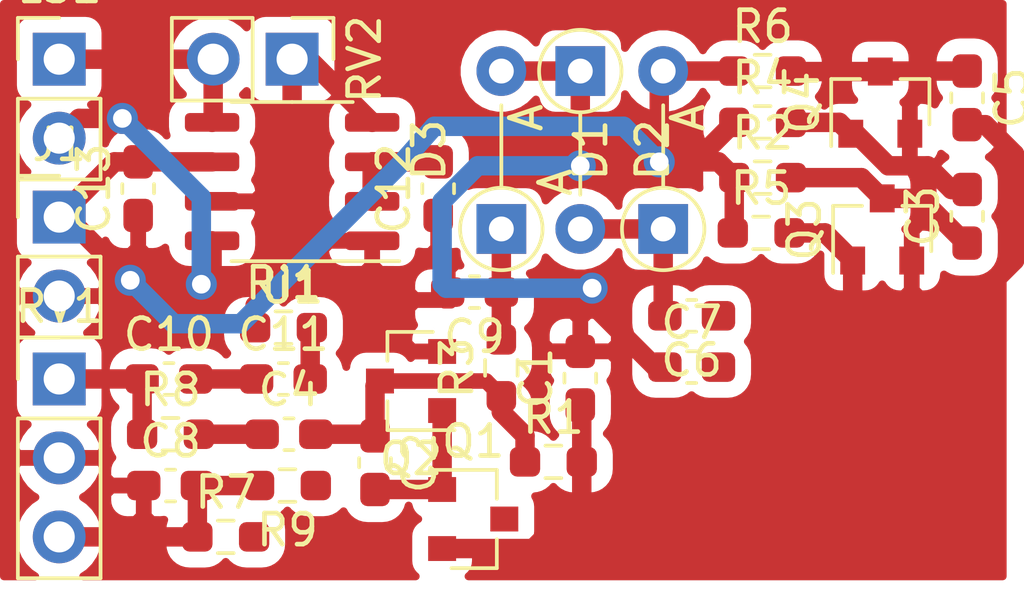
<source format=kicad_pcb>
(kicad_pcb (version 20171130) (host pcbnew 5.1.9+dfsg1-1)

  (general
    (thickness 1.6)
    (drawings 0)
    (tracks 107)
    (zones 0)
    (modules 35)
    (nets 23)
  )

  (page A4)
  (layers
    (0 F.Cu signal)
    (31 B.Cu signal)
    (32 B.Adhes user hide)
    (33 F.Adhes user hide)
    (34 B.Paste user hide)
    (35 F.Paste user hide)
    (36 B.SilkS user hide)
    (37 F.SilkS user hide)
    (38 B.Mask user hide)
    (39 F.Mask user hide)
    (40 Dwgs.User user hide)
    (41 Cmts.User user hide)
    (42 Eco1.User user hide)
    (43 Eco2.User user hide)
    (44 Edge.Cuts user)
    (45 Margin user hide)
    (46 B.CrtYd user hide)
    (47 F.CrtYd user hide)
    (48 B.Fab user hide)
    (49 F.Fab user hide)
  )

  (setup
    (last_trace_width 0.5)
    (user_trace_width 0.5)
    (user_trace_width 0.625)
    (user_trace_width 0.75)
    (user_trace_width 1)
    (trace_clearance 0.2)
    (zone_clearance 0.508)
    (zone_45_only no)
    (trace_min 0.2)
    (via_size 0.8)
    (via_drill 0.4)
    (via_min_size 0.4)
    (via_min_drill 0.3)
    (user_via 1 0.6)
    (user_via 1.6 1)
    (uvia_size 0.3)
    (uvia_drill 0.1)
    (uvias_allowed no)
    (uvia_min_size 0.2)
    (uvia_min_drill 0.1)
    (edge_width 0.05)
    (segment_width 0.2)
    (pcb_text_width 0.3)
    (pcb_text_size 1.5 1.5)
    (mod_edge_width 0.12)
    (mod_text_size 1 1)
    (mod_text_width 0.15)
    (pad_size 1.524 1.524)
    (pad_drill 0.762)
    (pad_to_mask_clearance 0)
    (aux_axis_origin 0 0)
    (visible_elements FFFFFF7F)
    (pcbplotparams
      (layerselection 0x00000_fffffffe)
      (usegerberextensions false)
      (usegerberattributes false)
      (usegerberadvancedattributes false)
      (creategerberjobfile false)
      (excludeedgelayer true)
      (linewidth 0.100000)
      (plotframeref false)
      (viasonmask false)
      (mode 1)
      (useauxorigin false)
      (hpglpennumber 1)
      (hpglpenspeed 20)
      (hpglpendiameter 15.000000)
      (psnegative false)
      (psa4output false)
      (plotreference false)
      (plotvalue false)
      (plotinvisibletext false)
      (padsonsilk false)
      (subtractmaskfromsilk false)
      (outputformat 1)
      (mirror false)
      (drillshape 0)
      (scaleselection 1)
      (outputdirectory "."))
  )

  (net 0 "")
  (net 1 Earth)
  (net 2 "Net-(C1-Pad1)")
  (net 3 "Net-(C2-Pad2)")
  (net 4 "Net-(C3-Pad2)")
  (net 5 "Net-(C5-Pad2)")
  (net 6 "Net-(C8-Pad2)")
  (net 7 +5V)
  (net 8 +15V)
  (net 9 "Net-(LS1-Pad2)")
  (net 10 "Net-(LS1-Pad1)")
  (net 11 "Net-(Q1-Pad3)")
  (net 12 "Net-(C2-Pad1)")
  (net 13 "Net-(C7-Pad1)")
  (net 14 "Net-(C10-Pad1)")
  (net 15 "Net-(C11-Pad2)")
  (net 16 "Net-(C12-Pad2)")
  (net 17 "Net-(RV2-Pad1)")
  (net 18 "Net-(C3-Pad1)")
  (net 19 "Net-(C4-Pad1)")
  (net 20 "Net-(C5-Pad1)")
  (net 21 "Net-(C6-Pad2)")
  (net 22 "Net-(C10-Pad2)")

  (net_class Default "This is the default net class."
    (clearance 0.2)
    (trace_width 0.25)
    (via_dia 0.8)
    (via_drill 0.4)
    (uvia_dia 0.3)
    (uvia_drill 0.1)
    (add_net +15V)
    (add_net +5V)
    (add_net Earth)
    (add_net "Net-(C1-Pad1)")
    (add_net "Net-(C10-Pad1)")
    (add_net "Net-(C10-Pad2)")
    (add_net "Net-(C11-Pad2)")
    (add_net "Net-(C12-Pad2)")
    (add_net "Net-(C2-Pad1)")
    (add_net "Net-(C2-Pad2)")
    (add_net "Net-(C3-Pad1)")
    (add_net "Net-(C3-Pad2)")
    (add_net "Net-(C4-Pad1)")
    (add_net "Net-(C5-Pad1)")
    (add_net "Net-(C5-Pad2)")
    (add_net "Net-(C6-Pad2)")
    (add_net "Net-(C7-Pad1)")
    (add_net "Net-(C8-Pad2)")
    (add_net "Net-(LS1-Pad1)")
    (add_net "Net-(LS1-Pad2)")
    (add_net "Net-(Q1-Pad3)")
    (add_net "Net-(RV2-Pad1)")
  )

  (module Package_SO:SO-8_3.9x4.9mm_P1.27mm (layer F.Cu) (tedit 5D9F72B1) (tstamp 6230EB53)
    (at 100.33 101.727 180)
    (descr "SO, 8 Pin (https://www.nxp.com/docs/en/data-sheet/PCF8523.pdf), generated with kicad-footprint-generator ipc_gullwing_generator.py")
    (tags "SO SO")
    (path /6205E993)
    (attr smd)
    (fp_text reference U1 (at 0 -3.4) (layer F.SilkS)
      (effects (font (size 1 1) (thickness 0.15)))
    )
    (fp_text value NS8002 (at 0 3.4) (layer F.Fab)
      (effects (font (size 1 1) (thickness 0.15)))
    )
    (fp_line (start 3.7 -2.7) (end -3.7 -2.7) (layer F.CrtYd) (width 0.05))
    (fp_line (start 3.7 2.7) (end 3.7 -2.7) (layer F.CrtYd) (width 0.05))
    (fp_line (start -3.7 2.7) (end 3.7 2.7) (layer F.CrtYd) (width 0.05))
    (fp_line (start -3.7 -2.7) (end -3.7 2.7) (layer F.CrtYd) (width 0.05))
    (fp_line (start -1.95 -1.475) (end -0.975 -2.45) (layer F.Fab) (width 0.1))
    (fp_line (start -1.95 2.45) (end -1.95 -1.475) (layer F.Fab) (width 0.1))
    (fp_line (start 1.95 2.45) (end -1.95 2.45) (layer F.Fab) (width 0.1))
    (fp_line (start 1.95 -2.45) (end 1.95 2.45) (layer F.Fab) (width 0.1))
    (fp_line (start -0.975 -2.45) (end 1.95 -2.45) (layer F.Fab) (width 0.1))
    (fp_line (start 0 -2.56) (end -3.45 -2.56) (layer F.SilkS) (width 0.12))
    (fp_line (start 0 -2.56) (end 1.95 -2.56) (layer F.SilkS) (width 0.12))
    (fp_line (start 0 2.56) (end -1.95 2.56) (layer F.SilkS) (width 0.12))
    (fp_line (start 0 2.56) (end 1.95 2.56) (layer F.SilkS) (width 0.12))
    (fp_text user %R (at 0 0) (layer F.Fab)
      (effects (font (size 0.98 0.98) (thickness 0.15)))
    )
    (pad 8 smd roundrect (at 2.575 -1.905 180) (size 1.75 0.6) (layers F.Cu F.Paste F.Mask) (roundrect_rratio 0.25)
      (net 9 "Net-(LS1-Pad2)"))
    (pad 7 smd roundrect (at 2.575 -0.635 180) (size 1.75 0.6) (layers F.Cu F.Paste F.Mask) (roundrect_rratio 0.25)
      (net 1 Earth))
    (pad 6 smd roundrect (at 2.575 0.635 180) (size 1.75 0.6) (layers F.Cu F.Paste F.Mask) (roundrect_rratio 0.25)
      (net 7 +5V))
    (pad 5 smd roundrect (at 2.575 1.905 180) (size 1.75 0.6) (layers F.Cu F.Paste F.Mask) (roundrect_rratio 0.25)
      (net 10 "Net-(LS1-Pad1)"))
    (pad 4 smd roundrect (at -2.575 1.905 180) (size 1.75 0.6) (layers F.Cu F.Paste F.Mask) (roundrect_rratio 0.25)
      (net 17 "Net-(RV2-Pad1)"))
    (pad 3 smd roundrect (at -2.575 0.635 180) (size 1.75 0.6) (layers F.Cu F.Paste F.Mask) (roundrect_rratio 0.25)
      (net 16 "Net-(C12-Pad2)"))
    (pad 2 smd roundrect (at -2.575 -0.635 180) (size 1.75 0.6) (layers F.Cu F.Paste F.Mask) (roundrect_rratio 0.25)
      (net 16 "Net-(C12-Pad2)"))
    (pad 1 smd roundrect (at -2.575 -1.905 180) (size 1.75 0.6) (layers F.Cu F.Paste F.Mask) (roundrect_rratio 0.25)
      (net 1 Earth))
    (model ${KISYS3DMOD}/Package_SO.3dshapes/SO-8_3.9x4.9mm_P1.27mm.wrl
      (at (xyz 0 0 0))
      (scale (xyz 1 1 1))
      (rotate (xyz 0 0 0))
    )
  )

  (module Connector_PinHeader_2.54mm:PinHeader_1x02_P2.54mm_Vertical (layer F.Cu) (tedit 59FED5CC) (tstamp 6230EB39)
    (at 100.33 97.79 270)
    (descr "Through hole straight pin header, 1x02, 2.54mm pitch, single row")
    (tags "Through hole pin header THT 1x02 2.54mm single row")
    (path /621E5B9C)
    (fp_text reference RV2 (at 0 -2.33 90) (layer F.SilkS)
      (effects (font (size 1 1) (thickness 0.15)))
    )
    (fp_text value 20k (at 0 4.87 90) (layer F.Fab)
      (effects (font (size 1 1) (thickness 0.15)))
    )
    (fp_line (start 1.8 -1.8) (end -1.8 -1.8) (layer F.CrtYd) (width 0.05))
    (fp_line (start 1.8 4.35) (end 1.8 -1.8) (layer F.CrtYd) (width 0.05))
    (fp_line (start -1.8 4.35) (end 1.8 4.35) (layer F.CrtYd) (width 0.05))
    (fp_line (start -1.8 -1.8) (end -1.8 4.35) (layer F.CrtYd) (width 0.05))
    (fp_line (start -1.33 -1.33) (end 0 -1.33) (layer F.SilkS) (width 0.12))
    (fp_line (start -1.33 0) (end -1.33 -1.33) (layer F.SilkS) (width 0.12))
    (fp_line (start -1.33 1.27) (end 1.33 1.27) (layer F.SilkS) (width 0.12))
    (fp_line (start 1.33 1.27) (end 1.33 3.87) (layer F.SilkS) (width 0.12))
    (fp_line (start -1.33 1.27) (end -1.33 3.87) (layer F.SilkS) (width 0.12))
    (fp_line (start -1.33 3.87) (end 1.33 3.87) (layer F.SilkS) (width 0.12))
    (fp_line (start -1.27 -0.635) (end -0.635 -1.27) (layer F.Fab) (width 0.1))
    (fp_line (start -1.27 3.81) (end -1.27 -0.635) (layer F.Fab) (width 0.1))
    (fp_line (start 1.27 3.81) (end -1.27 3.81) (layer F.Fab) (width 0.1))
    (fp_line (start 1.27 -1.27) (end 1.27 3.81) (layer F.Fab) (width 0.1))
    (fp_line (start -0.635 -1.27) (end 1.27 -1.27) (layer F.Fab) (width 0.1))
    (fp_text user %R (at 0 1.27) (layer F.Fab)
      (effects (font (size 1 1) (thickness 0.15)))
    )
    (pad 2 thru_hole oval (at 0 2.54 270) (size 1.7 1.7) (drill 1) (layers *.Cu *.Mask)
      (net 10 "Net-(LS1-Pad1)"))
    (pad 1 thru_hole rect (at 0 0 270) (size 1.7 1.7) (drill 1) (layers *.Cu *.Mask)
      (net 17 "Net-(RV2-Pad1)"))
    (model ${KISYS3DMOD}/Connector_PinHeader_2.54mm.3dshapes/PinHeader_1x02_P2.54mm_Vertical.wrl
      (at (xyz 0 0 0))
      (scale (xyz 1 1 1))
      (rotate (xyz 0 0 0))
    )
  )

  (module Connector_PinHeader_2.54mm:PinHeader_1x03_P2.54mm_Vertical (layer F.Cu) (tedit 59FED5CC) (tstamp 6230EB23)
    (at 92.837 108.077)
    (descr "Through hole straight pin header, 1x03, 2.54mm pitch, single row")
    (tags "Through hole pin header THT 1x03 2.54mm single row")
    (path /5F5CB4B2)
    (fp_text reference RV1 (at 0 -2.33) (layer F.SilkS)
      (effects (font (size 1 1) (thickness 0.15)))
    )
    (fp_text value 10k (at 0 7.41) (layer F.Fab)
      (effects (font (size 1 1) (thickness 0.15)))
    )
    (fp_line (start 1.8 -1.8) (end -1.8 -1.8) (layer F.CrtYd) (width 0.05))
    (fp_line (start 1.8 6.85) (end 1.8 -1.8) (layer F.CrtYd) (width 0.05))
    (fp_line (start -1.8 6.85) (end 1.8 6.85) (layer F.CrtYd) (width 0.05))
    (fp_line (start -1.8 -1.8) (end -1.8 6.85) (layer F.CrtYd) (width 0.05))
    (fp_line (start -1.33 -1.33) (end 0 -1.33) (layer F.SilkS) (width 0.12))
    (fp_line (start -1.33 0) (end -1.33 -1.33) (layer F.SilkS) (width 0.12))
    (fp_line (start -1.33 1.27) (end 1.33 1.27) (layer F.SilkS) (width 0.12))
    (fp_line (start 1.33 1.27) (end 1.33 6.41) (layer F.SilkS) (width 0.12))
    (fp_line (start -1.33 1.27) (end -1.33 6.41) (layer F.SilkS) (width 0.12))
    (fp_line (start -1.33 6.41) (end 1.33 6.41) (layer F.SilkS) (width 0.12))
    (fp_line (start -1.27 -0.635) (end -0.635 -1.27) (layer F.Fab) (width 0.1))
    (fp_line (start -1.27 6.35) (end -1.27 -0.635) (layer F.Fab) (width 0.1))
    (fp_line (start 1.27 6.35) (end -1.27 6.35) (layer F.Fab) (width 0.1))
    (fp_line (start 1.27 -1.27) (end 1.27 6.35) (layer F.Fab) (width 0.1))
    (fp_line (start -0.635 -1.27) (end 1.27 -1.27) (layer F.Fab) (width 0.1))
    (fp_text user %R (at 0 2.54 90) (layer F.Fab)
      (effects (font (size 1 1) (thickness 0.15)))
    )
    (pad 3 thru_hole oval (at 0 5.08) (size 1.7 1.7) (drill 1) (layers *.Cu *.Mask)
      (net 6 "Net-(C8-Pad2)"))
    (pad 2 thru_hole oval (at 0 2.54) (size 1.7 1.7) (drill 1) (layers *.Cu *.Mask)
      (net 1 Earth))
    (pad 1 thru_hole rect (at 0 0) (size 1.7 1.7) (drill 1) (layers *.Cu *.Mask)
      (net 14 "Net-(C10-Pad1)"))
    (model ${KISYS3DMOD}/Connector_PinHeader_2.54mm.3dshapes/PinHeader_1x03_P2.54mm_Vertical.wrl
      (at (xyz 0 0 0))
      (scale (xyz 1 1 1))
      (rotate (xyz 0 0 0))
    )
  )

  (module Resistor_SMD:R_0603_1608Metric_Pad0.98x0.95mm_HandSolder (layer F.Cu) (tedit 5F68FEEE) (tstamp 6230EB0C)
    (at 100.0525 106.426)
    (descr "Resistor SMD 0603 (1608 Metric), square (rectangular) end terminal, IPC_7351 nominal with elongated pad for handsoldering. (Body size source: IPC-SM-782 page 72, https://www.pcb-3d.com/wordpress/wp-content/uploads/ipc-sm-782a_amendment_1_and_2.pdf), generated with kicad-footprint-generator")
    (tags "resistor handsolder")
    (path /620A223E)
    (attr smd)
    (fp_text reference Ri1 (at 0 -1.43) (layer F.SilkS)
      (effects (font (size 1 1) (thickness 0.15)))
    )
    (fp_text value 5.1k (at 0 1.43) (layer F.Fab)
      (effects (font (size 1 1) (thickness 0.15)))
    )
    (fp_line (start 1.65 0.73) (end -1.65 0.73) (layer F.CrtYd) (width 0.05))
    (fp_line (start 1.65 -0.73) (end 1.65 0.73) (layer F.CrtYd) (width 0.05))
    (fp_line (start -1.65 -0.73) (end 1.65 -0.73) (layer F.CrtYd) (width 0.05))
    (fp_line (start -1.65 0.73) (end -1.65 -0.73) (layer F.CrtYd) (width 0.05))
    (fp_line (start -0.254724 0.5225) (end 0.254724 0.5225) (layer F.SilkS) (width 0.12))
    (fp_line (start -0.254724 -0.5225) (end 0.254724 -0.5225) (layer F.SilkS) (width 0.12))
    (fp_line (start 0.8 0.4125) (end -0.8 0.4125) (layer F.Fab) (width 0.1))
    (fp_line (start 0.8 -0.4125) (end 0.8 0.4125) (layer F.Fab) (width 0.1))
    (fp_line (start -0.8 -0.4125) (end 0.8 -0.4125) (layer F.Fab) (width 0.1))
    (fp_line (start -0.8 0.4125) (end -0.8 -0.4125) (layer F.Fab) (width 0.1))
    (fp_text user %R (at 0 0) (layer F.Fab)
      (effects (font (size 0.4 0.4) (thickness 0.06)))
    )
    (pad 2 smd roundrect (at 0.9125 0) (size 0.975 0.95) (layers F.Cu F.Paste F.Mask) (roundrect_rratio 0.25)
      (net 15 "Net-(C11-Pad2)"))
    (pad 1 smd roundrect (at -0.9125 0) (size 0.975 0.95) (layers F.Cu F.Paste F.Mask) (roundrect_rratio 0.25)
      (net 17 "Net-(RV2-Pad1)"))
    (model ${KISYS3DMOD}/Resistor_SMD.3dshapes/R_0603_1608Metric.wrl
      (at (xyz 0 0 0))
      (scale (xyz 1 1 1))
      (rotate (xyz 0 0 0))
    )
  )

  (module Resistor_SMD:R_0603_1608Metric_Pad0.98x0.95mm_HandSolder (layer F.Cu) (tedit 5F68FEEE) (tstamp 6230EAFB)
    (at 100.1795 111.506 180)
    (descr "Resistor SMD 0603 (1608 Metric), square (rectangular) end terminal, IPC_7351 nominal with elongated pad for handsoldering. (Body size source: IPC-SM-782 page 72, https://www.pcb-3d.com/wordpress/wp-content/uploads/ipc-sm-782a_amendment_1_and_2.pdf), generated with kicad-footprint-generator")
    (tags "resistor handsolder")
    (path /5F5CA367)
    (attr smd)
    (fp_text reference R9 (at 0 -1.43) (layer F.SilkS)
      (effects (font (size 1 1) (thickness 0.15)))
    )
    (fp_text value 5.1k (at 0 1.43) (layer F.Fab)
      (effects (font (size 1 1) (thickness 0.15)))
    )
    (fp_line (start 1.65 0.73) (end -1.65 0.73) (layer F.CrtYd) (width 0.05))
    (fp_line (start 1.65 -0.73) (end 1.65 0.73) (layer F.CrtYd) (width 0.05))
    (fp_line (start -1.65 -0.73) (end 1.65 -0.73) (layer F.CrtYd) (width 0.05))
    (fp_line (start -1.65 0.73) (end -1.65 -0.73) (layer F.CrtYd) (width 0.05))
    (fp_line (start -0.254724 0.5225) (end 0.254724 0.5225) (layer F.SilkS) (width 0.12))
    (fp_line (start -0.254724 -0.5225) (end 0.254724 -0.5225) (layer F.SilkS) (width 0.12))
    (fp_line (start 0.8 0.4125) (end -0.8 0.4125) (layer F.Fab) (width 0.1))
    (fp_line (start 0.8 -0.4125) (end 0.8 0.4125) (layer F.Fab) (width 0.1))
    (fp_line (start -0.8 -0.4125) (end 0.8 -0.4125) (layer F.Fab) (width 0.1))
    (fp_line (start -0.8 0.4125) (end -0.8 -0.4125) (layer F.Fab) (width 0.1))
    (fp_text user %R (at 0 0) (layer F.Fab)
      (effects (font (size 0.4 0.4) (thickness 0.06)))
    )
    (pad 2 smd roundrect (at 0.9125 0 180) (size 0.975 0.95) (layers F.Cu F.Paste F.Mask) (roundrect_rratio 0.25)
      (net 6 "Net-(C8-Pad2)"))
    (pad 1 smd roundrect (at -0.9125 0 180) (size 0.975 0.95) (layers F.Cu F.Paste F.Mask) (roundrect_rratio 0.25)
      (net 22 "Net-(C10-Pad2)"))
    (model ${KISYS3DMOD}/Resistor_SMD.3dshapes/R_0603_1608Metric.wrl
      (at (xyz 0 0 0))
      (scale (xyz 1 1 1))
      (rotate (xyz 0 0 0))
    )
  )

  (module Resistor_SMD:R_0603_1608Metric_Pad0.98x0.95mm_HandSolder (layer F.Cu) (tedit 5F68FEEE) (tstamp 6230EAEA)
    (at 96.4165 109.855)
    (descr "Resistor SMD 0603 (1608 Metric), square (rectangular) end terminal, IPC_7351 nominal with elongated pad for handsoldering. (Body size source: IPC-SM-782 page 72, https://www.pcb-3d.com/wordpress/wp-content/uploads/ipc-sm-782a_amendment_1_and_2.pdf), generated with kicad-footprint-generator")
    (tags "resistor handsolder")
    (path /5F5CCE6A)
    (attr smd)
    (fp_text reference R8 (at 0 -1.43) (layer F.SilkS)
      (effects (font (size 1 1) (thickness 0.15)))
    )
    (fp_text value 5.1k (at 0 1.43) (layer F.Fab)
      (effects (font (size 1 1) (thickness 0.15)))
    )
    (fp_line (start 1.65 0.73) (end -1.65 0.73) (layer F.CrtYd) (width 0.05))
    (fp_line (start 1.65 -0.73) (end 1.65 0.73) (layer F.CrtYd) (width 0.05))
    (fp_line (start -1.65 -0.73) (end 1.65 -0.73) (layer F.CrtYd) (width 0.05))
    (fp_line (start -1.65 0.73) (end -1.65 -0.73) (layer F.CrtYd) (width 0.05))
    (fp_line (start -0.254724 0.5225) (end 0.254724 0.5225) (layer F.SilkS) (width 0.12))
    (fp_line (start -0.254724 -0.5225) (end 0.254724 -0.5225) (layer F.SilkS) (width 0.12))
    (fp_line (start 0.8 0.4125) (end -0.8 0.4125) (layer F.Fab) (width 0.1))
    (fp_line (start 0.8 -0.4125) (end 0.8 0.4125) (layer F.Fab) (width 0.1))
    (fp_line (start -0.8 -0.4125) (end 0.8 -0.4125) (layer F.Fab) (width 0.1))
    (fp_line (start -0.8 0.4125) (end -0.8 -0.4125) (layer F.Fab) (width 0.1))
    (fp_text user %R (at 0 0) (layer F.Fab)
      (effects (font (size 0.4 0.4) (thickness 0.06)))
    )
    (pad 2 smd roundrect (at 0.9125 0) (size 0.975 0.95) (layers F.Cu F.Paste F.Mask) (roundrect_rratio 0.25)
      (net 19 "Net-(C4-Pad1)"))
    (pad 1 smd roundrect (at -0.9125 0) (size 0.975 0.95) (layers F.Cu F.Paste F.Mask) (roundrect_rratio 0.25)
      (net 14 "Net-(C10-Pad1)"))
    (model ${KISYS3DMOD}/Resistor_SMD.3dshapes/R_0603_1608Metric.wrl
      (at (xyz 0 0 0))
      (scale (xyz 1 1 1))
      (rotate (xyz 0 0 0))
    )
  )

  (module Resistor_SMD:R_0603_1608Metric_Pad0.98x0.95mm_HandSolder (layer F.Cu) (tedit 5F68FEEE) (tstamp 6230EAD9)
    (at 98.1945 113.157)
    (descr "Resistor SMD 0603 (1608 Metric), square (rectangular) end terminal, IPC_7351 nominal with elongated pad for handsoldering. (Body size source: IPC-SM-782 page 72, https://www.pcb-3d.com/wordpress/wp-content/uploads/ipc-sm-782a_amendment_1_and_2.pdf), generated with kicad-footprint-generator")
    (tags "resistor handsolder")
    (path /5F5CA03A)
    (attr smd)
    (fp_text reference R7 (at 0 -1.43) (layer F.SilkS)
      (effects (font (size 1 1) (thickness 0.15)))
    )
    (fp_text value 5.1k (at 0 1.43) (layer F.Fab)
      (effects (font (size 1 1) (thickness 0.15)))
    )
    (fp_line (start 1.65 0.73) (end -1.65 0.73) (layer F.CrtYd) (width 0.05))
    (fp_line (start 1.65 -0.73) (end 1.65 0.73) (layer F.CrtYd) (width 0.05))
    (fp_line (start -1.65 -0.73) (end 1.65 -0.73) (layer F.CrtYd) (width 0.05))
    (fp_line (start -1.65 0.73) (end -1.65 -0.73) (layer F.CrtYd) (width 0.05))
    (fp_line (start -0.254724 0.5225) (end 0.254724 0.5225) (layer F.SilkS) (width 0.12))
    (fp_line (start -0.254724 -0.5225) (end 0.254724 -0.5225) (layer F.SilkS) (width 0.12))
    (fp_line (start 0.8 0.4125) (end -0.8 0.4125) (layer F.Fab) (width 0.1))
    (fp_line (start 0.8 -0.4125) (end 0.8 0.4125) (layer F.Fab) (width 0.1))
    (fp_line (start -0.8 -0.4125) (end 0.8 -0.4125) (layer F.Fab) (width 0.1))
    (fp_line (start -0.8 0.4125) (end -0.8 -0.4125) (layer F.Fab) (width 0.1))
    (fp_text user %R (at 0 0) (layer F.Fab)
      (effects (font (size 0.4 0.4) (thickness 0.06)))
    )
    (pad 2 smd roundrect (at 0.9125 0) (size 0.975 0.95) (layers F.Cu F.Paste F.Mask) (roundrect_rratio 0.25)
      (net 19 "Net-(C4-Pad1)"))
    (pad 1 smd roundrect (at -0.9125 0) (size 0.975 0.95) (layers F.Cu F.Paste F.Mask) (roundrect_rratio 0.25)
      (net 6 "Net-(C8-Pad2)"))
    (model ${KISYS3DMOD}/Resistor_SMD.3dshapes/R_0603_1608Metric.wrl
      (at (xyz 0 0 0))
      (scale (xyz 1 1 1))
      (rotate (xyz 0 0 0))
    )
  )

  (module Resistor_SMD:R_0603_1608Metric_Pad0.98x0.95mm_HandSolder (layer F.Cu) (tedit 5F68FEEE) (tstamp 6230EAC8)
    (at 115.4665 98.171)
    (descr "Resistor SMD 0603 (1608 Metric), square (rectangular) end terminal, IPC_7351 nominal with elongated pad for handsoldering. (Body size source: IPC-SM-782 page 72, https://www.pcb-3d.com/wordpress/wp-content/uploads/ipc-sm-782a_amendment_1_and_2.pdf), generated with kicad-footprint-generator")
    (tags "resistor handsolder")
    (path /5F603BC2)
    (attr smd)
    (fp_text reference R6 (at 0 -1.43) (layer F.SilkS)
      (effects (font (size 1 1) (thickness 0.15)))
    )
    (fp_text value 1k (at 0 1.43) (layer F.Fab)
      (effects (font (size 1 1) (thickness 0.15)))
    )
    (fp_line (start 1.65 0.73) (end -1.65 0.73) (layer F.CrtYd) (width 0.05))
    (fp_line (start 1.65 -0.73) (end 1.65 0.73) (layer F.CrtYd) (width 0.05))
    (fp_line (start -1.65 -0.73) (end 1.65 -0.73) (layer F.CrtYd) (width 0.05))
    (fp_line (start -1.65 0.73) (end -1.65 -0.73) (layer F.CrtYd) (width 0.05))
    (fp_line (start -0.254724 0.5225) (end 0.254724 0.5225) (layer F.SilkS) (width 0.12))
    (fp_line (start -0.254724 -0.5225) (end 0.254724 -0.5225) (layer F.SilkS) (width 0.12))
    (fp_line (start 0.8 0.4125) (end -0.8 0.4125) (layer F.Fab) (width 0.1))
    (fp_line (start 0.8 -0.4125) (end 0.8 0.4125) (layer F.Fab) (width 0.1))
    (fp_line (start -0.8 -0.4125) (end 0.8 -0.4125) (layer F.Fab) (width 0.1))
    (fp_line (start -0.8 0.4125) (end -0.8 -0.4125) (layer F.Fab) (width 0.1))
    (fp_text user %R (at 0 0) (layer F.Fab)
      (effects (font (size 0.4 0.4) (thickness 0.06)))
    )
    (pad 2 smd roundrect (at 0.9125 0) (size 0.975 0.95) (layers F.Cu F.Paste F.Mask) (roundrect_rratio 0.25)
      (net 20 "Net-(C5-Pad1)"))
    (pad 1 smd roundrect (at -0.9125 0) (size 0.975 0.95) (layers F.Cu F.Paste F.Mask) (roundrect_rratio 0.25)
      (net 7 +5V))
    (model ${KISYS3DMOD}/Resistor_SMD.3dshapes/R_0603_1608Metric.wrl
      (at (xyz 0 0 0))
      (scale (xyz 1 1 1))
      (rotate (xyz 0 0 0))
    )
  )

  (module Resistor_SMD:R_0603_1608Metric_Pad0.98x0.95mm_HandSolder (layer F.Cu) (tedit 5F68FEEE) (tstamp 6230EAB7)
    (at 115.4195 103.378)
    (descr "Resistor SMD 0603 (1608 Metric), square (rectangular) end terminal, IPC_7351 nominal with elongated pad for handsoldering. (Body size source: IPC-SM-782 page 72, https://www.pcb-3d.com/wordpress/wp-content/uploads/ipc-sm-782a_amendment_1_and_2.pdf), generated with kicad-footprint-generator")
    (tags "resistor handsolder")
    (path /5F6047C6)
    (attr smd)
    (fp_text reference R5 (at 0 -1.43) (layer F.SilkS)
      (effects (font (size 1 1) (thickness 0.15)))
    )
    (fp_text value 100k (at 0 1.43) (layer F.Fab)
      (effects (font (size 1 1) (thickness 0.15)))
    )
    (fp_line (start 1.65 0.73) (end -1.65 0.73) (layer F.CrtYd) (width 0.05))
    (fp_line (start 1.65 -0.73) (end 1.65 0.73) (layer F.CrtYd) (width 0.05))
    (fp_line (start -1.65 -0.73) (end 1.65 -0.73) (layer F.CrtYd) (width 0.05))
    (fp_line (start -1.65 0.73) (end -1.65 -0.73) (layer F.CrtYd) (width 0.05))
    (fp_line (start -0.254724 0.5225) (end 0.254724 0.5225) (layer F.SilkS) (width 0.12))
    (fp_line (start -0.254724 -0.5225) (end 0.254724 -0.5225) (layer F.SilkS) (width 0.12))
    (fp_line (start 0.8 0.4125) (end -0.8 0.4125) (layer F.Fab) (width 0.1))
    (fp_line (start 0.8 -0.4125) (end 0.8 0.4125) (layer F.Fab) (width 0.1))
    (fp_line (start -0.8 -0.4125) (end 0.8 -0.4125) (layer F.Fab) (width 0.1))
    (fp_line (start -0.8 0.4125) (end -0.8 -0.4125) (layer F.Fab) (width 0.1))
    (fp_text user %R (at 0 0) (layer F.Fab)
      (effects (font (size 0.4 0.4) (thickness 0.06)))
    )
    (pad 2 smd roundrect (at 0.9125 0) (size 0.975 0.95) (layers F.Cu F.Paste F.Mask) (roundrect_rratio 0.25)
      (net 5 "Net-(C5-Pad2)"))
    (pad 1 smd roundrect (at -0.9125 0) (size 0.975 0.95) (layers F.Cu F.Paste F.Mask) (roundrect_rratio 0.25)
      (net 7 +5V))
    (model ${KISYS3DMOD}/Resistor_SMD.3dshapes/R_0603_1608Metric.wrl
      (at (xyz 0 0 0))
      (scale (xyz 1 1 1))
      (rotate (xyz 0 0 0))
    )
  )

  (module Resistor_SMD:R_0603_1608Metric_Pad0.98x0.95mm_HandSolder (layer F.Cu) (tedit 5F68FEEE) (tstamp 6230EAA6)
    (at 115.4665 99.822)
    (descr "Resistor SMD 0603 (1608 Metric), square (rectangular) end terminal, IPC_7351 nominal with elongated pad for handsoldering. (Body size source: IPC-SM-782 page 72, https://www.pcb-3d.com/wordpress/wp-content/uploads/ipc-sm-782a_amendment_1_and_2.pdf), generated with kicad-footprint-generator")
    (tags "resistor handsolder")
    (path /5F60434B)
    (attr smd)
    (fp_text reference R4 (at 0 -1.43) (layer F.SilkS)
      (effects (font (size 1 1) (thickness 0.15)))
    )
    (fp_text value 100k (at 0 1.43) (layer F.Fab)
      (effects (font (size 1 1) (thickness 0.15)))
    )
    (fp_line (start 1.65 0.73) (end -1.65 0.73) (layer F.CrtYd) (width 0.05))
    (fp_line (start 1.65 -0.73) (end 1.65 0.73) (layer F.CrtYd) (width 0.05))
    (fp_line (start -1.65 -0.73) (end 1.65 -0.73) (layer F.CrtYd) (width 0.05))
    (fp_line (start -1.65 0.73) (end -1.65 -0.73) (layer F.CrtYd) (width 0.05))
    (fp_line (start -0.254724 0.5225) (end 0.254724 0.5225) (layer F.SilkS) (width 0.12))
    (fp_line (start -0.254724 -0.5225) (end 0.254724 -0.5225) (layer F.SilkS) (width 0.12))
    (fp_line (start 0.8 0.4125) (end -0.8 0.4125) (layer F.Fab) (width 0.1))
    (fp_line (start 0.8 -0.4125) (end 0.8 0.4125) (layer F.Fab) (width 0.1))
    (fp_line (start -0.8 -0.4125) (end 0.8 -0.4125) (layer F.Fab) (width 0.1))
    (fp_line (start -0.8 0.4125) (end -0.8 -0.4125) (layer F.Fab) (width 0.1))
    (fp_text user %R (at 0 0) (layer F.Fab)
      (effects (font (size 0.4 0.4) (thickness 0.06)))
    )
    (pad 2 smd roundrect (at 0.9125 0) (size 0.975 0.95) (layers F.Cu F.Paste F.Mask) (roundrect_rratio 0.25)
      (net 4 "Net-(C3-Pad2)"))
    (pad 1 smd roundrect (at -0.9125 0) (size 0.975 0.95) (layers F.Cu F.Paste F.Mask) (roundrect_rratio 0.25)
      (net 7 +5V))
    (model ${KISYS3DMOD}/Resistor_SMD.3dshapes/R_0603_1608Metric.wrl
      (at (xyz 0 0 0))
      (scale (xyz 1 1 1))
      (rotate (xyz 0 0 0))
    )
  )

  (module Resistor_SMD:R_0603_1608Metric_Pad0.98x0.95mm_HandSolder (layer F.Cu) (tedit 5F68FEEE) (tstamp 6230EA95)
    (at 107.061 107.7195 90)
    (descr "Resistor SMD 0603 (1608 Metric), square (rectangular) end terminal, IPC_7351 nominal with elongated pad for handsoldering. (Body size source: IPC-SM-782 page 72, https://www.pcb-3d.com/wordpress/wp-content/uploads/ipc-sm-782a_amendment_1_and_2.pdf), generated with kicad-footprint-generator")
    (tags "resistor handsolder")
    (path /6078FF2D)
    (attr smd)
    (fp_text reference R3 (at 0 -1.43 90) (layer F.SilkS)
      (effects (font (size 1 1) (thickness 0.15)))
    )
    (fp_text value 10k (at 0 1.43 90) (layer F.Fab)
      (effects (font (size 1 1) (thickness 0.15)))
    )
    (fp_line (start 1.65 0.73) (end -1.65 0.73) (layer F.CrtYd) (width 0.05))
    (fp_line (start 1.65 -0.73) (end 1.65 0.73) (layer F.CrtYd) (width 0.05))
    (fp_line (start -1.65 -0.73) (end 1.65 -0.73) (layer F.CrtYd) (width 0.05))
    (fp_line (start -1.65 0.73) (end -1.65 -0.73) (layer F.CrtYd) (width 0.05))
    (fp_line (start -0.254724 0.5225) (end 0.254724 0.5225) (layer F.SilkS) (width 0.12))
    (fp_line (start -0.254724 -0.5225) (end 0.254724 -0.5225) (layer F.SilkS) (width 0.12))
    (fp_line (start 0.8 0.4125) (end -0.8 0.4125) (layer F.Fab) (width 0.1))
    (fp_line (start 0.8 -0.4125) (end 0.8 0.4125) (layer F.Fab) (width 0.1))
    (fp_line (start -0.8 -0.4125) (end 0.8 -0.4125) (layer F.Fab) (width 0.1))
    (fp_line (start -0.8 0.4125) (end -0.8 -0.4125) (layer F.Fab) (width 0.1))
    (fp_text user %R (at 0 0 90) (layer F.Fab)
      (effects (font (size 0.4 0.4) (thickness 0.06)))
    )
    (pad 2 smd roundrect (at 0.9125 0 90) (size 0.975 0.95) (layers F.Cu F.Paste F.Mask) (roundrect_rratio 0.25)
      (net 8 +15V))
    (pad 1 smd roundrect (at -0.9125 0 90) (size 0.975 0.95) (layers F.Cu F.Paste F.Mask) (roundrect_rratio 0.25)
      (net 12 "Net-(C2-Pad1)"))
    (model ${KISYS3DMOD}/Resistor_SMD.3dshapes/R_0603_1608Metric.wrl
      (at (xyz 0 0 0))
      (scale (xyz 1 1 1))
      (rotate (xyz 0 0 0))
    )
  )

  (module Resistor_SMD:R_0603_1608Metric_Pad0.98x0.95mm_HandSolder (layer F.Cu) (tedit 5F68FEEE) (tstamp 6230EA84)
    (at 115.4665 101.6)
    (descr "Resistor SMD 0603 (1608 Metric), square (rectangular) end terminal, IPC_7351 nominal with elongated pad for handsoldering. (Body size source: IPC-SM-782 page 72, https://www.pcb-3d.com/wordpress/wp-content/uploads/ipc-sm-782a_amendment_1_and_2.pdf), generated with kicad-footprint-generator")
    (tags "resistor handsolder")
    (path /5F6037C6)
    (attr smd)
    (fp_text reference R2 (at 0 -1.43) (layer F.SilkS)
      (effects (font (size 1 1) (thickness 0.15)))
    )
    (fp_text value 1k (at 0 1.43) (layer F.Fab)
      (effects (font (size 1 1) (thickness 0.15)))
    )
    (fp_line (start 1.65 0.73) (end -1.65 0.73) (layer F.CrtYd) (width 0.05))
    (fp_line (start 1.65 -0.73) (end 1.65 0.73) (layer F.CrtYd) (width 0.05))
    (fp_line (start -1.65 -0.73) (end 1.65 -0.73) (layer F.CrtYd) (width 0.05))
    (fp_line (start -1.65 0.73) (end -1.65 -0.73) (layer F.CrtYd) (width 0.05))
    (fp_line (start -0.254724 0.5225) (end 0.254724 0.5225) (layer F.SilkS) (width 0.12))
    (fp_line (start -0.254724 -0.5225) (end 0.254724 -0.5225) (layer F.SilkS) (width 0.12))
    (fp_line (start 0.8 0.4125) (end -0.8 0.4125) (layer F.Fab) (width 0.1))
    (fp_line (start 0.8 -0.4125) (end 0.8 0.4125) (layer F.Fab) (width 0.1))
    (fp_line (start -0.8 -0.4125) (end 0.8 -0.4125) (layer F.Fab) (width 0.1))
    (fp_line (start -0.8 0.4125) (end -0.8 -0.4125) (layer F.Fab) (width 0.1))
    (fp_text user %R (at 0 0) (layer F.Fab)
      (effects (font (size 0.4 0.4) (thickness 0.06)))
    )
    (pad 2 smd roundrect (at 0.9125 0) (size 0.975 0.95) (layers F.Cu F.Paste F.Mask) (roundrect_rratio 0.25)
      (net 18 "Net-(C3-Pad1)"))
    (pad 1 smd roundrect (at -0.9125 0) (size 0.975 0.95) (layers F.Cu F.Paste F.Mask) (roundrect_rratio 0.25)
      (net 7 +5V))
    (model ${KISYS3DMOD}/Resistor_SMD.3dshapes/R_0603_1608Metric.wrl
      (at (xyz 0 0 0))
      (scale (xyz 1 1 1))
      (rotate (xyz 0 0 0))
    )
  )

  (module Resistor_SMD:R_0603_1608Metric_Pad0.98x0.95mm_HandSolder (layer F.Cu) (tedit 5F68FEEE) (tstamp 6230EA73)
    (at 108.7355 110.744)
    (descr "Resistor SMD 0603 (1608 Metric), square (rectangular) end terminal, IPC_7351 nominal with elongated pad for handsoldering. (Body size source: IPC-SM-782 page 72, https://www.pcb-3d.com/wordpress/wp-content/uploads/ipc-sm-782a_amendment_1_and_2.pdf), generated with kicad-footprint-generator")
    (tags "resistor handsolder")
    (path /5F5BF787)
    (attr smd)
    (fp_text reference R1 (at 0 -1.43) (layer F.SilkS)
      (effects (font (size 1 1) (thickness 0.15)))
    )
    (fp_text value 510k (at 0 1.43) (layer F.Fab)
      (effects (font (size 1 1) (thickness 0.15)))
    )
    (fp_line (start 1.65 0.73) (end -1.65 0.73) (layer F.CrtYd) (width 0.05))
    (fp_line (start 1.65 -0.73) (end 1.65 0.73) (layer F.CrtYd) (width 0.05))
    (fp_line (start -1.65 -0.73) (end 1.65 -0.73) (layer F.CrtYd) (width 0.05))
    (fp_line (start -1.65 0.73) (end -1.65 -0.73) (layer F.CrtYd) (width 0.05))
    (fp_line (start -0.254724 0.5225) (end 0.254724 0.5225) (layer F.SilkS) (width 0.12))
    (fp_line (start -0.254724 -0.5225) (end 0.254724 -0.5225) (layer F.SilkS) (width 0.12))
    (fp_line (start 0.8 0.4125) (end -0.8 0.4125) (layer F.Fab) (width 0.1))
    (fp_line (start 0.8 -0.4125) (end 0.8 0.4125) (layer F.Fab) (width 0.1))
    (fp_line (start -0.8 -0.4125) (end 0.8 -0.4125) (layer F.Fab) (width 0.1))
    (fp_line (start -0.8 0.4125) (end -0.8 -0.4125) (layer F.Fab) (width 0.1))
    (fp_text user %R (at 0 0) (layer F.Fab)
      (effects (font (size 0.4 0.4) (thickness 0.06)))
    )
    (pad 2 smd roundrect (at 0.9125 0) (size 0.975 0.95) (layers F.Cu F.Paste F.Mask) (roundrect_rratio 0.25)
      (net 2 "Net-(C1-Pad1)"))
    (pad 1 smd roundrect (at -0.9125 0) (size 0.975 0.95) (layers F.Cu F.Paste F.Mask) (roundrect_rratio 0.25)
      (net 12 "Net-(C2-Pad1)"))
    (model ${KISYS3DMOD}/Resistor_SMD.3dshapes/R_0603_1608Metric.wrl
      (at (xyz 0 0 0))
      (scale (xyz 1 1 1))
      (rotate (xyz 0 0 0))
    )
  )

  (module Package_TO_SOT_SMD:SOT-23 (layer F.Cu) (tedit 5A02FF57) (tstamp 6230EA62)
    (at 119.253 99.187 90)
    (descr "SOT-23, Standard")
    (tags SOT-23)
    (path /5F5F29E8)
    (attr smd)
    (fp_text reference Q4 (at 0 -2.5 90) (layer F.SilkS)
      (effects (font (size 1 1) (thickness 0.15)))
    )
    (fp_text value 2N2222 (at 0 2.5 90) (layer F.Fab)
      (effects (font (size 1 1) (thickness 0.15)))
    )
    (fp_line (start 0.76 1.58) (end -0.7 1.58) (layer F.SilkS) (width 0.12))
    (fp_line (start 0.76 -1.58) (end -1.4 -1.58) (layer F.SilkS) (width 0.12))
    (fp_line (start -1.7 1.75) (end -1.7 -1.75) (layer F.CrtYd) (width 0.05))
    (fp_line (start 1.7 1.75) (end -1.7 1.75) (layer F.CrtYd) (width 0.05))
    (fp_line (start 1.7 -1.75) (end 1.7 1.75) (layer F.CrtYd) (width 0.05))
    (fp_line (start -1.7 -1.75) (end 1.7 -1.75) (layer F.CrtYd) (width 0.05))
    (fp_line (start 0.76 -1.58) (end 0.76 -0.65) (layer F.SilkS) (width 0.12))
    (fp_line (start 0.76 1.58) (end 0.76 0.65) (layer F.SilkS) (width 0.12))
    (fp_line (start -0.7 1.52) (end 0.7 1.52) (layer F.Fab) (width 0.1))
    (fp_line (start 0.7 -1.52) (end 0.7 1.52) (layer F.Fab) (width 0.1))
    (fp_line (start -0.7 -0.95) (end -0.15 -1.52) (layer F.Fab) (width 0.1))
    (fp_line (start -0.15 -1.52) (end 0.7 -1.52) (layer F.Fab) (width 0.1))
    (fp_line (start -0.7 -0.95) (end -0.7 1.5) (layer F.Fab) (width 0.1))
    (fp_text user %R (at 0 0) (layer F.Fab)
      (effects (font (size 0.5 0.5) (thickness 0.075)))
    )
    (pad 3 smd rect (at 1 0 90) (size 0.9 0.8) (layers F.Cu F.Paste F.Mask)
      (net 20 "Net-(C5-Pad1)"))
    (pad 2 smd rect (at -1 0.95 90) (size 0.9 0.8) (layers F.Cu F.Paste F.Mask)
      (net 1 Earth))
    (pad 1 smd rect (at -1 -0.95 90) (size 0.9 0.8) (layers F.Cu F.Paste F.Mask)
      (net 4 "Net-(C3-Pad2)"))
    (model ${KISYS3DMOD}/Package_TO_SOT_SMD.3dshapes/SOT-23.wrl
      (at (xyz 0 0 0))
      (scale (xyz 1 1 1))
      (rotate (xyz 0 0 0))
    )
  )

  (module Package_TO_SOT_SMD:SOT-23 (layer F.Cu) (tedit 5A02FF57) (tstamp 6230EA4D)
    (at 119.314 103.267 90)
    (descr "SOT-23, Standard")
    (tags SOT-23)
    (path /5F5F21AA)
    (attr smd)
    (fp_text reference Q3 (at 0 -2.5 90) (layer F.SilkS)
      (effects (font (size 1 1) (thickness 0.15)))
    )
    (fp_text value 2N2222 (at 0 2.5 90) (layer F.Fab)
      (effects (font (size 1 1) (thickness 0.15)))
    )
    (fp_line (start 0.76 1.58) (end -0.7 1.58) (layer F.SilkS) (width 0.12))
    (fp_line (start 0.76 -1.58) (end -1.4 -1.58) (layer F.SilkS) (width 0.12))
    (fp_line (start -1.7 1.75) (end -1.7 -1.75) (layer F.CrtYd) (width 0.05))
    (fp_line (start 1.7 1.75) (end -1.7 1.75) (layer F.CrtYd) (width 0.05))
    (fp_line (start 1.7 -1.75) (end 1.7 1.75) (layer F.CrtYd) (width 0.05))
    (fp_line (start -1.7 -1.75) (end 1.7 -1.75) (layer F.CrtYd) (width 0.05))
    (fp_line (start 0.76 -1.58) (end 0.76 -0.65) (layer F.SilkS) (width 0.12))
    (fp_line (start 0.76 1.58) (end 0.76 0.65) (layer F.SilkS) (width 0.12))
    (fp_line (start -0.7 1.52) (end 0.7 1.52) (layer F.Fab) (width 0.1))
    (fp_line (start 0.7 -1.52) (end 0.7 1.52) (layer F.Fab) (width 0.1))
    (fp_line (start -0.7 -0.95) (end -0.15 -1.52) (layer F.Fab) (width 0.1))
    (fp_line (start -0.15 -1.52) (end 0.7 -1.52) (layer F.Fab) (width 0.1))
    (fp_line (start -0.7 -0.95) (end -0.7 1.5) (layer F.Fab) (width 0.1))
    (fp_text user %R (at 0 0) (layer F.Fab)
      (effects (font (size 0.5 0.5) (thickness 0.075)))
    )
    (pad 3 smd rect (at 1 0 90) (size 0.9 0.8) (layers F.Cu F.Paste F.Mask)
      (net 18 "Net-(C3-Pad1)"))
    (pad 2 smd rect (at -1 0.95 90) (size 0.9 0.8) (layers F.Cu F.Paste F.Mask)
      (net 1 Earth))
    (pad 1 smd rect (at -1 -0.95 90) (size 0.9 0.8) (layers F.Cu F.Paste F.Mask)
      (net 5 "Net-(C5-Pad2)"))
    (model ${KISYS3DMOD}/Package_TO_SOT_SMD.3dshapes/SOT-23.wrl
      (at (xyz 0 0 0))
      (scale (xyz 1 1 1))
      (rotate (xyz 0 0 0))
    )
  )

  (module Package_TO_SOT_SMD:SOT-23 (layer F.Cu) (tedit 5A02FF57) (tstamp 623BA84E)
    (at 104.156 108.143 180)
    (descr "SOT-23, Standard")
    (tags SOT-23)
    (path /5F5BD65A)
    (attr smd)
    (fp_text reference Q2 (at 0 -2.5) (layer F.SilkS)
      (effects (font (size 1 1) (thickness 0.15)))
    )
    (fp_text value 2N2222 (at 0 2.5) (layer F.Fab)
      (effects (font (size 1 1) (thickness 0.15)))
    )
    (fp_line (start 0.76 1.58) (end -0.7 1.58) (layer F.SilkS) (width 0.12))
    (fp_line (start 0.76 -1.58) (end -1.4 -1.58) (layer F.SilkS) (width 0.12))
    (fp_line (start -1.7 1.75) (end -1.7 -1.75) (layer F.CrtYd) (width 0.05))
    (fp_line (start 1.7 1.75) (end -1.7 1.75) (layer F.CrtYd) (width 0.05))
    (fp_line (start 1.7 -1.75) (end 1.7 1.75) (layer F.CrtYd) (width 0.05))
    (fp_line (start -1.7 -1.75) (end 1.7 -1.75) (layer F.CrtYd) (width 0.05))
    (fp_line (start 0.76 -1.58) (end 0.76 -0.65) (layer F.SilkS) (width 0.12))
    (fp_line (start 0.76 1.58) (end 0.76 0.65) (layer F.SilkS) (width 0.12))
    (fp_line (start -0.7 1.52) (end 0.7 1.52) (layer F.Fab) (width 0.1))
    (fp_line (start 0.7 -1.52) (end 0.7 1.52) (layer F.Fab) (width 0.1))
    (fp_line (start -0.7 -0.95) (end -0.15 -1.52) (layer F.Fab) (width 0.1))
    (fp_line (start -0.15 -1.52) (end 0.7 -1.52) (layer F.Fab) (width 0.1))
    (fp_line (start -0.7 -0.95) (end -0.7 1.5) (layer F.Fab) (width 0.1))
    (fp_text user %R (at 0 0 90) (layer F.Fab)
      (effects (font (size 0.5 0.5) (thickness 0.075)))
    )
    (pad 3 smd rect (at 1 0 180) (size 0.9 0.8) (layers F.Cu F.Paste F.Mask)
      (net 12 "Net-(C2-Pad1)"))
    (pad 2 smd rect (at -1 0.95 180) (size 0.9 0.8) (layers F.Cu F.Paste F.Mask)
      (net 1 Earth))
    (pad 1 smd rect (at -1 -0.95 180) (size 0.9 0.8) (layers F.Cu F.Paste F.Mask)
      (net 3 "Net-(C2-Pad2)"))
    (model ${KISYS3DMOD}/Package_TO_SOT_SMD.3dshapes/SOT-23.wrl
      (at (xyz 0 0 0))
      (scale (xyz 1 1 1))
      (rotate (xyz 0 0 0))
    )
  )

  (module Package_TO_SOT_SMD:SOT-23 (layer F.Cu) (tedit 5A02FF57) (tstamp 6230EA23)
    (at 106.156 112.583)
    (descr "SOT-23, Standard")
    (tags SOT-23)
    (path /5F5BD424)
    (attr smd)
    (fp_text reference Q1 (at 0 -2.5) (layer F.SilkS)
      (effects (font (size 1 1) (thickness 0.15)))
    )
    (fp_text value 2N2222A (at 0 2.5) (layer F.Fab)
      (effects (font (size 1 1) (thickness 0.15)))
    )
    (fp_line (start 0.76 1.58) (end -0.7 1.58) (layer F.SilkS) (width 0.12))
    (fp_line (start 0.76 -1.58) (end -1.4 -1.58) (layer F.SilkS) (width 0.12))
    (fp_line (start -1.7 1.75) (end -1.7 -1.75) (layer F.CrtYd) (width 0.05))
    (fp_line (start 1.7 1.75) (end -1.7 1.75) (layer F.CrtYd) (width 0.05))
    (fp_line (start 1.7 -1.75) (end 1.7 1.75) (layer F.CrtYd) (width 0.05))
    (fp_line (start -1.7 -1.75) (end 1.7 -1.75) (layer F.CrtYd) (width 0.05))
    (fp_line (start 0.76 -1.58) (end 0.76 -0.65) (layer F.SilkS) (width 0.12))
    (fp_line (start 0.76 1.58) (end 0.76 0.65) (layer F.SilkS) (width 0.12))
    (fp_line (start -0.7 1.52) (end 0.7 1.52) (layer F.Fab) (width 0.1))
    (fp_line (start 0.7 -1.52) (end 0.7 1.52) (layer F.Fab) (width 0.1))
    (fp_line (start -0.7 -0.95) (end -0.15 -1.52) (layer F.Fab) (width 0.1))
    (fp_line (start -0.15 -1.52) (end 0.7 -1.52) (layer F.Fab) (width 0.1))
    (fp_line (start -0.7 -0.95) (end -0.7 1.5) (layer F.Fab) (width 0.1))
    (fp_text user %R (at 0 0 90) (layer F.Fab)
      (effects (font (size 0.5 0.5) (thickness 0.075)))
    )
    (pad 3 smd rect (at 1 0) (size 0.9 0.8) (layers F.Cu F.Paste F.Mask)
      (net 11 "Net-(Q1-Pad3)"))
    (pad 2 smd rect (at -1 0.95) (size 0.9 0.8) (layers F.Cu F.Paste F.Mask)
      (net 2 "Net-(C1-Pad1)"))
    (pad 1 smd rect (at -1 -0.95) (size 0.9 0.8) (layers F.Cu F.Paste F.Mask)
      (net 3 "Net-(C2-Pad2)"))
    (model ${KISYS3DMOD}/Package_TO_SOT_SMD.3dshapes/SOT-23.wrl
      (at (xyz 0 0 0))
      (scale (xyz 1 1 1))
      (rotate (xyz 0 0 0))
    )
  )

  (module Connector_PinHeader_2.54mm:PinHeader_1x02_P2.54mm_Vertical (layer F.Cu) (tedit 59FED5CC) (tstamp 6230EA0E)
    (at 92.837 97.79)
    (descr "Through hole straight pin header, 1x02, 2.54mm pitch, single row")
    (tags "Through hole pin header THT 1x02 2.54mm single row")
    (path /609F7BF7)
    (fp_text reference LS1 (at 0 -2.33) (layer F.SilkS)
      (effects (font (size 1 1) (thickness 0.15)))
    )
    (fp_text value 3R-8R (at 0 4.87) (layer F.Fab)
      (effects (font (size 1 1) (thickness 0.15)))
    )
    (fp_line (start 1.8 -1.8) (end -1.8 -1.8) (layer F.CrtYd) (width 0.05))
    (fp_line (start 1.8 4.35) (end 1.8 -1.8) (layer F.CrtYd) (width 0.05))
    (fp_line (start -1.8 4.35) (end 1.8 4.35) (layer F.CrtYd) (width 0.05))
    (fp_line (start -1.8 -1.8) (end -1.8 4.35) (layer F.CrtYd) (width 0.05))
    (fp_line (start -1.33 -1.33) (end 0 -1.33) (layer F.SilkS) (width 0.12))
    (fp_line (start -1.33 0) (end -1.33 -1.33) (layer F.SilkS) (width 0.12))
    (fp_line (start -1.33 1.27) (end 1.33 1.27) (layer F.SilkS) (width 0.12))
    (fp_line (start 1.33 1.27) (end 1.33 3.87) (layer F.SilkS) (width 0.12))
    (fp_line (start -1.33 1.27) (end -1.33 3.87) (layer F.SilkS) (width 0.12))
    (fp_line (start -1.33 3.87) (end 1.33 3.87) (layer F.SilkS) (width 0.12))
    (fp_line (start -1.27 -0.635) (end -0.635 -1.27) (layer F.Fab) (width 0.1))
    (fp_line (start -1.27 3.81) (end -1.27 -0.635) (layer F.Fab) (width 0.1))
    (fp_line (start 1.27 3.81) (end -1.27 3.81) (layer F.Fab) (width 0.1))
    (fp_line (start 1.27 -1.27) (end 1.27 3.81) (layer F.Fab) (width 0.1))
    (fp_line (start -0.635 -1.27) (end 1.27 -1.27) (layer F.Fab) (width 0.1))
    (fp_text user %R (at 0 1.27 90) (layer F.Fab)
      (effects (font (size 1 1) (thickness 0.15)))
    )
    (pad 2 thru_hole oval (at 0 2.54) (size 1.7 1.7) (drill 1) (layers *.Cu *.Mask)
      (net 9 "Net-(LS1-Pad2)"))
    (pad 1 thru_hole rect (at 0 0) (size 1.7 1.7) (drill 1) (layers *.Cu *.Mask)
      (net 10 "Net-(LS1-Pad1)"))
    (model ${KISYS3DMOD}/Connector_PinHeader_2.54mm.3dshapes/PinHeader_1x02_P2.54mm_Vertical.wrl
      (at (xyz 0 0 0))
      (scale (xyz 1 1 1))
      (rotate (xyz 0 0 0))
    )
  )

  (module Connector_PinHeader_2.54mm:PinHeader_1x02_P2.54mm_Vertical (layer F.Cu) (tedit 59FED5CC) (tstamp 6230E9F8)
    (at 92.837 102.87)
    (descr "Through hole straight pin header, 1x02, 2.54mm pitch, single row")
    (tags "Through hole pin header THT 1x02 2.54mm single row")
    (path /621206E8)
    (fp_text reference J1 (at 0 -2.33) (layer F.SilkS)
      (effects (font (size 1 1) (thickness 0.15)))
    )
    (fp_text value PWR (at 0 4.87) (layer F.Fab)
      (effects (font (size 1 1) (thickness 0.15)))
    )
    (fp_line (start 1.8 -1.8) (end -1.8 -1.8) (layer F.CrtYd) (width 0.05))
    (fp_line (start 1.8 4.35) (end 1.8 -1.8) (layer F.CrtYd) (width 0.05))
    (fp_line (start -1.8 4.35) (end 1.8 4.35) (layer F.CrtYd) (width 0.05))
    (fp_line (start -1.8 -1.8) (end -1.8 4.35) (layer F.CrtYd) (width 0.05))
    (fp_line (start -1.33 -1.33) (end 0 -1.33) (layer F.SilkS) (width 0.12))
    (fp_line (start -1.33 0) (end -1.33 -1.33) (layer F.SilkS) (width 0.12))
    (fp_line (start -1.33 1.27) (end 1.33 1.27) (layer F.SilkS) (width 0.12))
    (fp_line (start 1.33 1.27) (end 1.33 3.87) (layer F.SilkS) (width 0.12))
    (fp_line (start -1.33 1.27) (end -1.33 3.87) (layer F.SilkS) (width 0.12))
    (fp_line (start -1.33 3.87) (end 1.33 3.87) (layer F.SilkS) (width 0.12))
    (fp_line (start -1.27 -0.635) (end -0.635 -1.27) (layer F.Fab) (width 0.1))
    (fp_line (start -1.27 3.81) (end -1.27 -0.635) (layer F.Fab) (width 0.1))
    (fp_line (start 1.27 3.81) (end -1.27 3.81) (layer F.Fab) (width 0.1))
    (fp_line (start 1.27 -1.27) (end 1.27 3.81) (layer F.Fab) (width 0.1))
    (fp_line (start -0.635 -1.27) (end 1.27 -1.27) (layer F.Fab) (width 0.1))
    (fp_text user %R (at 0 1.27 90) (layer F.Fab)
      (effects (font (size 1 1) (thickness 0.15)))
    )
    (pad 2 thru_hole oval (at 0 2.54) (size 1.7 1.7) (drill 1) (layers *.Cu *.Mask)
      (net 1 Earth))
    (pad 1 thru_hole rect (at 0 0) (size 1.7 1.7) (drill 1) (layers *.Cu *.Mask)
      (net 7 +5V))
    (model ${KISYS3DMOD}/Connector_PinHeader_2.54mm.3dshapes/PinHeader_1x02_P2.54mm_Vertical.wrl
      (at (xyz 0 0 0))
      (scale (xyz 1 1 1))
      (rotate (xyz 0 0 0))
    )
  )

  (module Diode_THT:D_DO-35_SOD27_P5.08mm_Vertical_AnodeUp (layer F.Cu) (tedit 5AE50CD5) (tstamp 6230E9E2)
    (at 107.061 103.251 90)
    (descr "Diode, DO-35_SOD27 series, Axial, Vertical, pin pitch=5.08mm, , length*diameter=4*2mm^2, , http://www.diodes.com/_files/packages/DO-35.pdf")
    (tags "Diode DO-35_SOD27 series Axial Vertical pin pitch 5.08mm  length 4mm diameter 2mm")
    (path /5F61A070)
    (fp_text reference D3 (at 2.54 -2.326371 90) (layer F.SilkS)
      (effects (font (size 1 1) (thickness 0.15)))
    )
    (fp_text value 1N60 (at 2.54 2.326371 90) (layer F.Fab)
      (effects (font (size 1 1) (thickness 0.15)))
    )
    (fp_line (start 6.13 -1.25) (end -1.25 -1.25) (layer F.CrtYd) (width 0.05))
    (fp_line (start 6.13 1.25) (end 6.13 -1.25) (layer F.CrtYd) (width 0.05))
    (fp_line (start -1.25 1.25) (end 6.13 1.25) (layer F.CrtYd) (width 0.05))
    (fp_line (start -1.25 -1.25) (end -1.25 1.25) (layer F.CrtYd) (width 0.05))
    (fp_line (start 1.326371 0) (end 3.98 0) (layer F.SilkS) (width 0.12))
    (fp_line (start 0 0) (end 5.08 0) (layer F.Fab) (width 0.1))
    (fp_circle (center 0 0) (end 1.326371 0) (layer F.SilkS) (width 0.12))
    (fp_circle (center 0 0) (end 1 0) (layer F.Fab) (width 0.1))
    (fp_text user A (at 3.58 0.8 90) (layer F.SilkS)
      (effects (font (size 1 1) (thickness 0.15)))
    )
    (fp_text user A (at 3.58 0.8 90) (layer F.Fab)
      (effects (font (size 1 1) (thickness 0.15)))
    )
    (fp_text user %R (at 2.54 -2.326371 90) (layer F.Fab)
      (effects (font (size 1 1) (thickness 0.15)))
    )
    (pad 2 thru_hole oval (at 5.08 0 90) (size 1.6 1.6) (drill 0.8) (layers *.Cu *.Mask)
      (net 13 "Net-(C7-Pad1)"))
    (pad 1 thru_hole rect (at 0 0 90) (size 1.6 1.6) (drill 0.8) (layers *.Cu *.Mask)
      (net 8 +15V))
    (model ${KISYS3DMOD}/Diode_THT.3dshapes/D_DO-35_SOD27_P5.08mm_Vertical_AnodeUp.wrl
      (at (xyz 0 0 0))
      (scale (xyz 1 1 1))
      (rotate (xyz 0 0 0))
    )
  )

  (module Diode_THT:D_DO-35_SOD27_P5.08mm_Vertical_AnodeUp (layer F.Cu) (tedit 5AE50CD5) (tstamp 6230E9D1)
    (at 109.601 98.171 270)
    (descr "Diode, DO-35_SOD27 series, Axial, Vertical, pin pitch=5.08mm, , length*diameter=4*2mm^2, , http://www.diodes.com/_files/packages/DO-35.pdf")
    (tags "Diode DO-35_SOD27 series Axial Vertical pin pitch 5.08mm  length 4mm diameter 2mm")
    (path /5F619D37)
    (fp_text reference D2 (at 2.54 -2.326371 90) (layer F.SilkS)
      (effects (font (size 1 1) (thickness 0.15)))
    )
    (fp_text value 1N60 (at 2.54 2.326371 90) (layer F.Fab)
      (effects (font (size 1 1) (thickness 0.15)))
    )
    (fp_line (start 6.13 -1.25) (end -1.25 -1.25) (layer F.CrtYd) (width 0.05))
    (fp_line (start 6.13 1.25) (end 6.13 -1.25) (layer F.CrtYd) (width 0.05))
    (fp_line (start -1.25 1.25) (end 6.13 1.25) (layer F.CrtYd) (width 0.05))
    (fp_line (start -1.25 -1.25) (end -1.25 1.25) (layer F.CrtYd) (width 0.05))
    (fp_line (start 1.326371 0) (end 3.98 0) (layer F.SilkS) (width 0.12))
    (fp_line (start 0 0) (end 5.08 0) (layer F.Fab) (width 0.1))
    (fp_circle (center 0 0) (end 1.326371 0) (layer F.SilkS) (width 0.12))
    (fp_circle (center 0 0) (end 1 0) (layer F.Fab) (width 0.1))
    (fp_text user A (at 3.58 0.8 90) (layer F.SilkS)
      (effects (font (size 1 1) (thickness 0.15)))
    )
    (fp_text user A (at 3.58 0.8 90) (layer F.Fab)
      (effects (font (size 1 1) (thickness 0.15)))
    )
    (fp_text user %R (at 2.54 -2.326371 90) (layer F.Fab)
      (effects (font (size 1 1) (thickness 0.15)))
    )
    (pad 2 thru_hole oval (at 5.08 0 270) (size 1.6 1.6) (drill 0.8) (layers *.Cu *.Mask)
      (net 21 "Net-(C6-Pad2)"))
    (pad 1 thru_hole rect (at 0 0 270) (size 1.6 1.6) (drill 0.8) (layers *.Cu *.Mask)
      (net 13 "Net-(C7-Pad1)"))
    (model ${KISYS3DMOD}/Diode_THT.3dshapes/D_DO-35_SOD27_P5.08mm_Vertical_AnodeUp.wrl
      (at (xyz 0 0 0))
      (scale (xyz 1 1 1))
      (rotate (xyz 0 0 0))
    )
  )

  (module Diode_THT:D_DO-35_SOD27_P5.08mm_Vertical_AnodeUp (layer F.Cu) (tedit 5AE50CD5) (tstamp 6230E9C0)
    (at 112.268 103.251 90)
    (descr "Diode, DO-35_SOD27 series, Axial, Vertical, pin pitch=5.08mm, , length*diameter=4*2mm^2, , http://www.diodes.com/_files/packages/DO-35.pdf")
    (tags "Diode DO-35_SOD27 series Axial Vertical pin pitch 5.08mm  length 4mm diameter 2mm")
    (path /5F6196FD)
    (fp_text reference D1 (at 2.54 -2.326371 90) (layer F.SilkS)
      (effects (font (size 1 1) (thickness 0.15)))
    )
    (fp_text value 1N60 (at 2.54 2.326371 90) (layer F.Fab)
      (effects (font (size 1 1) (thickness 0.15)))
    )
    (fp_line (start 6.13 -1.25) (end -1.25 -1.25) (layer F.CrtYd) (width 0.05))
    (fp_line (start 6.13 1.25) (end 6.13 -1.25) (layer F.CrtYd) (width 0.05))
    (fp_line (start -1.25 1.25) (end 6.13 1.25) (layer F.CrtYd) (width 0.05))
    (fp_line (start -1.25 -1.25) (end -1.25 1.25) (layer F.CrtYd) (width 0.05))
    (fp_line (start 1.326371 0) (end 3.98 0) (layer F.SilkS) (width 0.12))
    (fp_line (start 0 0) (end 5.08 0) (layer F.Fab) (width 0.1))
    (fp_circle (center 0 0) (end 1.326371 0) (layer F.SilkS) (width 0.12))
    (fp_circle (center 0 0) (end 1 0) (layer F.Fab) (width 0.1))
    (fp_text user A (at 3.58 0.8 90) (layer F.SilkS)
      (effects (font (size 1 1) (thickness 0.15)))
    )
    (fp_text user A (at 3.58 0.8 90) (layer F.Fab)
      (effects (font (size 1 1) (thickness 0.15)))
    )
    (fp_text user %R (at 2.54 -2.326371 90) (layer F.Fab)
      (effects (font (size 1 1) (thickness 0.15)))
    )
    (pad 2 thru_hole oval (at 5.08 0 90) (size 1.6 1.6) (drill 0.8) (layers *.Cu *.Mask)
      (net 7 +5V))
    (pad 1 thru_hole rect (at 0 0 90) (size 1.6 1.6) (drill 0.8) (layers *.Cu *.Mask)
      (net 21 "Net-(C6-Pad2)"))
    (model ${KISYS3DMOD}/Diode_THT.3dshapes/D_DO-35_SOD27_P5.08mm_Vertical_AnodeUp.wrl
      (at (xyz 0 0 0))
      (scale (xyz 1 1 1))
      (rotate (xyz 0 0 0))
    )
  )

  (module Capacitor_SMD:C_0603_1608Metric_Pad1.08x0.95mm_HandSolder (layer F.Cu) (tedit 5F68FEEF) (tstamp 6230E9AF)
    (at 95.377 101.9545 90)
    (descr "Capacitor SMD 0603 (1608 Metric), square (rectangular) end terminal, IPC_7351 nominal with elongated pad for handsoldering. (Body size source: IPC-SM-782 page 76, https://www.pcb-3d.com/wordpress/wp-content/uploads/ipc-sm-782a_amendment_1_and_2.pdf), generated with kicad-footprint-generator")
    (tags "capacitor handsolder")
    (path /620D16C4)
    (attr smd)
    (fp_text reference C13 (at 0 -1.43 90) (layer F.SilkS)
      (effects (font (size 1 1) (thickness 0.15)))
    )
    (fp_text value 1u (at 0 1.43 90) (layer F.Fab)
      (effects (font (size 1 1) (thickness 0.15)))
    )
    (fp_line (start 1.65 0.73) (end -1.65 0.73) (layer F.CrtYd) (width 0.05))
    (fp_line (start 1.65 -0.73) (end 1.65 0.73) (layer F.CrtYd) (width 0.05))
    (fp_line (start -1.65 -0.73) (end 1.65 -0.73) (layer F.CrtYd) (width 0.05))
    (fp_line (start -1.65 0.73) (end -1.65 -0.73) (layer F.CrtYd) (width 0.05))
    (fp_line (start -0.146267 0.51) (end 0.146267 0.51) (layer F.SilkS) (width 0.12))
    (fp_line (start -0.146267 -0.51) (end 0.146267 -0.51) (layer F.SilkS) (width 0.12))
    (fp_line (start 0.8 0.4) (end -0.8 0.4) (layer F.Fab) (width 0.1))
    (fp_line (start 0.8 -0.4) (end 0.8 0.4) (layer F.Fab) (width 0.1))
    (fp_line (start -0.8 -0.4) (end 0.8 -0.4) (layer F.Fab) (width 0.1))
    (fp_line (start -0.8 0.4) (end -0.8 -0.4) (layer F.Fab) (width 0.1))
    (fp_text user %R (at 0 0 90) (layer F.Fab)
      (effects (font (size 0.4 0.4) (thickness 0.06)))
    )
    (pad 2 smd roundrect (at 0.8625 0 90) (size 1.075 0.95) (layers F.Cu F.Paste F.Mask) (roundrect_rratio 0.25)
      (net 7 +5V))
    (pad 1 smd roundrect (at -0.8625 0 90) (size 1.075 0.95) (layers F.Cu F.Paste F.Mask) (roundrect_rratio 0.25)
      (net 1 Earth))
    (model ${KISYS3DMOD}/Capacitor_SMD.3dshapes/C_0603_1608Metric.wrl
      (at (xyz 0 0 0))
      (scale (xyz 1 1 1))
      (rotate (xyz 0 0 0))
    )
  )

  (module Capacitor_SMD:C_0603_1608Metric_Pad1.08x0.95mm_HandSolder (layer F.Cu) (tedit 5F68FEEF) (tstamp 6230E99E)
    (at 105.029 101.9545 90)
    (descr "Capacitor SMD 0603 (1608 Metric), square (rectangular) end terminal, IPC_7351 nominal with elongated pad for handsoldering. (Body size source: IPC-SM-782 page 76, https://www.pcb-3d.com/wordpress/wp-content/uploads/ipc-sm-782a_amendment_1_and_2.pdf), generated with kicad-footprint-generator")
    (tags "capacitor handsolder")
    (path /620634EF)
    (attr smd)
    (fp_text reference C12 (at 0 -1.43 90) (layer F.SilkS)
      (effects (font (size 1 1) (thickness 0.15)))
    )
    (fp_text value 1u (at 0 1.43 90) (layer F.Fab)
      (effects (font (size 1 1) (thickness 0.15)))
    )
    (fp_line (start 1.65 0.73) (end -1.65 0.73) (layer F.CrtYd) (width 0.05))
    (fp_line (start 1.65 -0.73) (end 1.65 0.73) (layer F.CrtYd) (width 0.05))
    (fp_line (start -1.65 -0.73) (end 1.65 -0.73) (layer F.CrtYd) (width 0.05))
    (fp_line (start -1.65 0.73) (end -1.65 -0.73) (layer F.CrtYd) (width 0.05))
    (fp_line (start -0.146267 0.51) (end 0.146267 0.51) (layer F.SilkS) (width 0.12))
    (fp_line (start -0.146267 -0.51) (end 0.146267 -0.51) (layer F.SilkS) (width 0.12))
    (fp_line (start 0.8 0.4) (end -0.8 0.4) (layer F.Fab) (width 0.1))
    (fp_line (start 0.8 -0.4) (end 0.8 0.4) (layer F.Fab) (width 0.1))
    (fp_line (start -0.8 -0.4) (end 0.8 -0.4) (layer F.Fab) (width 0.1))
    (fp_line (start -0.8 0.4) (end -0.8 -0.4) (layer F.Fab) (width 0.1))
    (fp_text user %R (at 0 0 90) (layer F.Fab)
      (effects (font (size 0.4 0.4) (thickness 0.06)))
    )
    (pad 2 smd roundrect (at 0.8625 0 90) (size 1.075 0.95) (layers F.Cu F.Paste F.Mask) (roundrect_rratio 0.25)
      (net 16 "Net-(C12-Pad2)"))
    (pad 1 smd roundrect (at -0.8625 0 90) (size 1.075 0.95) (layers F.Cu F.Paste F.Mask) (roundrect_rratio 0.25)
      (net 1 Earth))
    (model ${KISYS3DMOD}/Capacitor_SMD.3dshapes/C_0603_1608Metric.wrl
      (at (xyz 0 0 0))
      (scale (xyz 1 1 1))
      (rotate (xyz 0 0 0))
    )
  )

  (module Capacitor_SMD:C_0603_1608Metric_Pad1.08x0.95mm_HandSolder (layer F.Cu) (tedit 5F68FEEF) (tstamp 6230E98D)
    (at 100.0495 108.077)
    (descr "Capacitor SMD 0603 (1608 Metric), square (rectangular) end terminal, IPC_7351 nominal with elongated pad for handsoldering. (Body size source: IPC-SM-782 page 76, https://www.pcb-3d.com/wordpress/wp-content/uploads/ipc-sm-782a_amendment_1_and_2.pdf), generated with kicad-footprint-generator")
    (tags "capacitor handsolder")
    (path /620A0F50)
    (attr smd)
    (fp_text reference C11 (at 0 -1.43) (layer F.SilkS)
      (effects (font (size 1 1) (thickness 0.15)))
    )
    (fp_text value 1u (at 0 1.43) (layer F.Fab)
      (effects (font (size 1 1) (thickness 0.15)))
    )
    (fp_line (start 1.65 0.73) (end -1.65 0.73) (layer F.CrtYd) (width 0.05))
    (fp_line (start 1.65 -0.73) (end 1.65 0.73) (layer F.CrtYd) (width 0.05))
    (fp_line (start -1.65 -0.73) (end 1.65 -0.73) (layer F.CrtYd) (width 0.05))
    (fp_line (start -1.65 0.73) (end -1.65 -0.73) (layer F.CrtYd) (width 0.05))
    (fp_line (start -0.146267 0.51) (end 0.146267 0.51) (layer F.SilkS) (width 0.12))
    (fp_line (start -0.146267 -0.51) (end 0.146267 -0.51) (layer F.SilkS) (width 0.12))
    (fp_line (start 0.8 0.4) (end -0.8 0.4) (layer F.Fab) (width 0.1))
    (fp_line (start 0.8 -0.4) (end 0.8 0.4) (layer F.Fab) (width 0.1))
    (fp_line (start -0.8 -0.4) (end 0.8 -0.4) (layer F.Fab) (width 0.1))
    (fp_line (start -0.8 0.4) (end -0.8 -0.4) (layer F.Fab) (width 0.1))
    (fp_text user %R (at 0 0) (layer F.Fab)
      (effects (font (size 0.4 0.4) (thickness 0.06)))
    )
    (pad 2 smd roundrect (at 0.8625 0) (size 1.075 0.95) (layers F.Cu F.Paste F.Mask) (roundrect_rratio 0.25)
      (net 15 "Net-(C11-Pad2)"))
    (pad 1 smd roundrect (at -0.8625 0) (size 1.075 0.95) (layers F.Cu F.Paste F.Mask) (roundrect_rratio 0.25)
      (net 22 "Net-(C10-Pad2)"))
    (model ${KISYS3DMOD}/Capacitor_SMD.3dshapes/C_0603_1608Metric.wrl
      (at (xyz 0 0 0))
      (scale (xyz 1 1 1))
      (rotate (xyz 0 0 0))
    )
  )

  (module Capacitor_SMD:C_0603_1608Metric_Pad1.08x0.95mm_HandSolder (layer F.Cu) (tedit 5F68FEEF) (tstamp 6230E97C)
    (at 96.3665 108.077)
    (descr "Capacitor SMD 0603 (1608 Metric), square (rectangular) end terminal, IPC_7351 nominal with elongated pad for handsoldering. (Body size source: IPC-SM-782 page 76, https://www.pcb-3d.com/wordpress/wp-content/uploads/ipc-sm-782a_amendment_1_and_2.pdf), generated with kicad-footprint-generator")
    (tags "capacitor handsolder")
    (path /5F5D2400)
    (attr smd)
    (fp_text reference C10 (at 0 -1.43) (layer F.SilkS)
      (effects (font (size 1 1) (thickness 0.15)))
    )
    (fp_text value 22n (at 0 1.43) (layer F.Fab)
      (effects (font (size 1 1) (thickness 0.15)))
    )
    (fp_line (start 1.65 0.73) (end -1.65 0.73) (layer F.CrtYd) (width 0.05))
    (fp_line (start 1.65 -0.73) (end 1.65 0.73) (layer F.CrtYd) (width 0.05))
    (fp_line (start -1.65 -0.73) (end 1.65 -0.73) (layer F.CrtYd) (width 0.05))
    (fp_line (start -1.65 0.73) (end -1.65 -0.73) (layer F.CrtYd) (width 0.05))
    (fp_line (start -0.146267 0.51) (end 0.146267 0.51) (layer F.SilkS) (width 0.12))
    (fp_line (start -0.146267 -0.51) (end 0.146267 -0.51) (layer F.SilkS) (width 0.12))
    (fp_line (start 0.8 0.4) (end -0.8 0.4) (layer F.Fab) (width 0.1))
    (fp_line (start 0.8 -0.4) (end 0.8 0.4) (layer F.Fab) (width 0.1))
    (fp_line (start -0.8 -0.4) (end 0.8 -0.4) (layer F.Fab) (width 0.1))
    (fp_line (start -0.8 0.4) (end -0.8 -0.4) (layer F.Fab) (width 0.1))
    (fp_text user %R (at 0 0) (layer F.Fab)
      (effects (font (size 0.4 0.4) (thickness 0.06)))
    )
    (pad 2 smd roundrect (at 0.8625 0) (size 1.075 0.95) (layers F.Cu F.Paste F.Mask) (roundrect_rratio 0.25)
      (net 22 "Net-(C10-Pad2)"))
    (pad 1 smd roundrect (at -0.8625 0) (size 1.075 0.95) (layers F.Cu F.Paste F.Mask) (roundrect_rratio 0.25)
      (net 14 "Net-(C10-Pad1)"))
    (model ${KISYS3DMOD}/Capacitor_SMD.3dshapes/C_0603_1608Metric.wrl
      (at (xyz 0 0 0))
      (scale (xyz 1 1 1))
      (rotate (xyz 0 0 0))
    )
  )

  (module Capacitor_SMD:C_0603_1608Metric_Pad1.08x0.95mm_HandSolder (layer F.Cu) (tedit 5F68FEEF) (tstamp 6230E96B)
    (at 106.1985 105.283 180)
    (descr "Capacitor SMD 0603 (1608 Metric), square (rectangular) end terminal, IPC_7351 nominal with elongated pad for handsoldering. (Body size source: IPC-SM-782 page 76, https://www.pcb-3d.com/wordpress/wp-content/uploads/ipc-sm-782a_amendment_1_and_2.pdf), generated with kicad-footprint-generator")
    (tags "capacitor handsolder")
    (path /5F617534)
    (attr smd)
    (fp_text reference C9 (at 0 -1.43) (layer F.SilkS)
      (effects (font (size 1 1) (thickness 0.15)))
    )
    (fp_text value 10u (at 0 1.43) (layer F.Fab)
      (effects (font (size 1 1) (thickness 0.15)))
    )
    (fp_line (start 1.65 0.73) (end -1.65 0.73) (layer F.CrtYd) (width 0.05))
    (fp_line (start 1.65 -0.73) (end 1.65 0.73) (layer F.CrtYd) (width 0.05))
    (fp_line (start -1.65 -0.73) (end 1.65 -0.73) (layer F.CrtYd) (width 0.05))
    (fp_line (start -1.65 0.73) (end -1.65 -0.73) (layer F.CrtYd) (width 0.05))
    (fp_line (start -0.146267 0.51) (end 0.146267 0.51) (layer F.SilkS) (width 0.12))
    (fp_line (start -0.146267 -0.51) (end 0.146267 -0.51) (layer F.SilkS) (width 0.12))
    (fp_line (start 0.8 0.4) (end -0.8 0.4) (layer F.Fab) (width 0.1))
    (fp_line (start 0.8 -0.4) (end 0.8 0.4) (layer F.Fab) (width 0.1))
    (fp_line (start -0.8 -0.4) (end 0.8 -0.4) (layer F.Fab) (width 0.1))
    (fp_line (start -0.8 0.4) (end -0.8 -0.4) (layer F.Fab) (width 0.1))
    (fp_text user %R (at 0 0) (layer F.Fab)
      (effects (font (size 0.4 0.4) (thickness 0.06)))
    )
    (pad 2 smd roundrect (at 0.8625 0 180) (size 1.075 0.95) (layers F.Cu F.Paste F.Mask) (roundrect_rratio 0.25)
      (net 1 Earth))
    (pad 1 smd roundrect (at -0.8625 0 180) (size 1.075 0.95) (layers F.Cu F.Paste F.Mask) (roundrect_rratio 0.25)
      (net 8 +15V))
    (model ${KISYS3DMOD}/Capacitor_SMD.3dshapes/C_0603_1608Metric.wrl
      (at (xyz 0 0 0))
      (scale (xyz 1 1 1))
      (rotate (xyz 0 0 0))
    )
  )

  (module Capacitor_SMD:C_0603_1608Metric_Pad1.08x0.95mm_HandSolder (layer F.Cu) (tedit 5F68FEEF) (tstamp 6230E95A)
    (at 96.4195 111.506)
    (descr "Capacitor SMD 0603 (1608 Metric), square (rectangular) end terminal, IPC_7351 nominal with elongated pad for handsoldering. (Body size source: IPC-SM-782 page 76, https://www.pcb-3d.com/wordpress/wp-content/uploads/ipc-sm-782a_amendment_1_and_2.pdf), generated with kicad-footprint-generator")
    (tags "capacitor handsolder")
    (path /5F5CD09C)
    (attr smd)
    (fp_text reference C8 (at 0 -1.43) (layer F.SilkS)
      (effects (font (size 1 1) (thickness 0.15)))
    )
    (fp_text value 22n (at 0 1.43) (layer F.Fab)
      (effects (font (size 1 1) (thickness 0.15)))
    )
    (fp_line (start 1.65 0.73) (end -1.65 0.73) (layer F.CrtYd) (width 0.05))
    (fp_line (start 1.65 -0.73) (end 1.65 0.73) (layer F.CrtYd) (width 0.05))
    (fp_line (start -1.65 -0.73) (end 1.65 -0.73) (layer F.CrtYd) (width 0.05))
    (fp_line (start -1.65 0.73) (end -1.65 -0.73) (layer F.CrtYd) (width 0.05))
    (fp_line (start -0.146267 0.51) (end 0.146267 0.51) (layer F.SilkS) (width 0.12))
    (fp_line (start -0.146267 -0.51) (end 0.146267 -0.51) (layer F.SilkS) (width 0.12))
    (fp_line (start 0.8 0.4) (end -0.8 0.4) (layer F.Fab) (width 0.1))
    (fp_line (start 0.8 -0.4) (end 0.8 0.4) (layer F.Fab) (width 0.1))
    (fp_line (start -0.8 -0.4) (end 0.8 -0.4) (layer F.Fab) (width 0.1))
    (fp_line (start -0.8 0.4) (end -0.8 -0.4) (layer F.Fab) (width 0.1))
    (fp_text user %R (at 0 0) (layer F.Fab)
      (effects (font (size 0.4 0.4) (thickness 0.06)))
    )
    (pad 2 smd roundrect (at 0.8625 0) (size 1.075 0.95) (layers F.Cu F.Paste F.Mask) (roundrect_rratio 0.25)
      (net 6 "Net-(C8-Pad2)"))
    (pad 1 smd roundrect (at -0.8625 0) (size 1.075 0.95) (layers F.Cu F.Paste F.Mask) (roundrect_rratio 0.25)
      (net 1 Earth))
    (model ${KISYS3DMOD}/Capacitor_SMD.3dshapes/C_0603_1608Metric.wrl
      (at (xyz 0 0 0))
      (scale (xyz 1 1 1))
      (rotate (xyz 0 0 0))
    )
  )

  (module Capacitor_SMD:C_0603_1608Metric_Pad1.08x0.95mm_HandSolder (layer F.Cu) (tedit 5F68FEEF) (tstamp 6230E949)
    (at 113.1835 107.696)
    (descr "Capacitor SMD 0603 (1608 Metric), square (rectangular) end terminal, IPC_7351 nominal with elongated pad for handsoldering. (Body size source: IPC-SM-782 page 76, https://www.pcb-3d.com/wordpress/wp-content/uploads/ipc-sm-782a_amendment_1_and_2.pdf), generated with kicad-footprint-generator")
    (tags "capacitor handsolder")
    (path /5F617150)
    (attr smd)
    (fp_text reference C7 (at 0 -1.43) (layer F.SilkS)
      (effects (font (size 1 1) (thickness 0.15)))
    )
    (fp_text value 100n (at 0 1.43) (layer F.Fab)
      (effects (font (size 1 1) (thickness 0.15)))
    )
    (fp_line (start 1.65 0.73) (end -1.65 0.73) (layer F.CrtYd) (width 0.05))
    (fp_line (start 1.65 -0.73) (end 1.65 0.73) (layer F.CrtYd) (width 0.05))
    (fp_line (start -1.65 -0.73) (end 1.65 -0.73) (layer F.CrtYd) (width 0.05))
    (fp_line (start -1.65 0.73) (end -1.65 -0.73) (layer F.CrtYd) (width 0.05))
    (fp_line (start -0.146267 0.51) (end 0.146267 0.51) (layer F.SilkS) (width 0.12))
    (fp_line (start -0.146267 -0.51) (end 0.146267 -0.51) (layer F.SilkS) (width 0.12))
    (fp_line (start 0.8 0.4) (end -0.8 0.4) (layer F.Fab) (width 0.1))
    (fp_line (start 0.8 -0.4) (end 0.8 0.4) (layer F.Fab) (width 0.1))
    (fp_line (start -0.8 -0.4) (end 0.8 -0.4) (layer F.Fab) (width 0.1))
    (fp_line (start -0.8 0.4) (end -0.8 -0.4) (layer F.Fab) (width 0.1))
    (fp_text user %R (at 0 0) (layer F.Fab)
      (effects (font (size 0.4 0.4) (thickness 0.06)))
    )
    (pad 2 smd roundrect (at 0.8625 0) (size 1.075 0.95) (layers F.Cu F.Paste F.Mask) (roundrect_rratio 0.25)
      (net 18 "Net-(C3-Pad1)"))
    (pad 1 smd roundrect (at -0.8625 0) (size 1.075 0.95) (layers F.Cu F.Paste F.Mask) (roundrect_rratio 0.25)
      (net 13 "Net-(C7-Pad1)"))
    (model ${KISYS3DMOD}/Capacitor_SMD.3dshapes/C_0603_1608Metric.wrl
      (at (xyz 0 0 0))
      (scale (xyz 1 1 1))
      (rotate (xyz 0 0 0))
    )
  )

  (module Capacitor_SMD:C_0603_1608Metric_Pad1.08x0.95mm_HandSolder (layer F.Cu) (tedit 5F68FEEF) (tstamp 6230E938)
    (at 113.1835 106.045 180)
    (descr "Capacitor SMD 0603 (1608 Metric), square (rectangular) end terminal, IPC_7351 nominal with elongated pad for handsoldering. (Body size source: IPC-SM-782 page 76, https://www.pcb-3d.com/wordpress/wp-content/uploads/ipc-sm-782a_amendment_1_and_2.pdf), generated with kicad-footprint-generator")
    (tags "capacitor handsolder")
    (path /5F616AD2)
    (attr smd)
    (fp_text reference C6 (at 0 -1.43) (layer F.SilkS)
      (effects (font (size 1 1) (thickness 0.15)))
    )
    (fp_text value 100n (at 0 1.43) (layer F.Fab)
      (effects (font (size 1 1) (thickness 0.15)))
    )
    (fp_line (start 1.65 0.73) (end -1.65 0.73) (layer F.CrtYd) (width 0.05))
    (fp_line (start 1.65 -0.73) (end 1.65 0.73) (layer F.CrtYd) (width 0.05))
    (fp_line (start -1.65 -0.73) (end 1.65 -0.73) (layer F.CrtYd) (width 0.05))
    (fp_line (start -1.65 0.73) (end -1.65 -0.73) (layer F.CrtYd) (width 0.05))
    (fp_line (start -0.146267 0.51) (end 0.146267 0.51) (layer F.SilkS) (width 0.12))
    (fp_line (start -0.146267 -0.51) (end 0.146267 -0.51) (layer F.SilkS) (width 0.12))
    (fp_line (start 0.8 0.4) (end -0.8 0.4) (layer F.Fab) (width 0.1))
    (fp_line (start 0.8 -0.4) (end 0.8 0.4) (layer F.Fab) (width 0.1))
    (fp_line (start -0.8 -0.4) (end 0.8 -0.4) (layer F.Fab) (width 0.1))
    (fp_line (start -0.8 0.4) (end -0.8 -0.4) (layer F.Fab) (width 0.1))
    (fp_text user %R (at 0 0) (layer F.Fab)
      (effects (font (size 0.4 0.4) (thickness 0.06)))
    )
    (pad 2 smd roundrect (at 0.8625 0 180) (size 1.075 0.95) (layers F.Cu F.Paste F.Mask) (roundrect_rratio 0.25)
      (net 21 "Net-(C6-Pad2)"))
    (pad 1 smd roundrect (at -0.8625 0 180) (size 1.075 0.95) (layers F.Cu F.Paste F.Mask) (roundrect_rratio 0.25)
      (net 20 "Net-(C5-Pad1)"))
    (model ${KISYS3DMOD}/Capacitor_SMD.3dshapes/C_0603_1608Metric.wrl
      (at (xyz 0 0 0))
      (scale (xyz 1 1 1))
      (rotate (xyz 0 0 0))
    )
  )

  (module Capacitor_SMD:C_0603_1608Metric_Pad1.08x0.95mm_HandSolder (layer F.Cu) (tedit 5F68FEEF) (tstamp 6230E927)
    (at 122.047 99.0335 270)
    (descr "Capacitor SMD 0603 (1608 Metric), square (rectangular) end terminal, IPC_7351 nominal with elongated pad for handsoldering. (Body size source: IPC-SM-782 page 76, https://www.pcb-3d.com/wordpress/wp-content/uploads/ipc-sm-782a_amendment_1_and_2.pdf), generated with kicad-footprint-generator")
    (tags "capacitor handsolder")
    (path /5F7CCAE8)
    (attr smd)
    (fp_text reference C5 (at 0 -1.43 90) (layer F.SilkS)
      (effects (font (size 1 1) (thickness 0.15)))
    )
    (fp_text value 220p (at 0 1.43 90) (layer F.Fab)
      (effects (font (size 1 1) (thickness 0.15)))
    )
    (fp_line (start 1.65 0.73) (end -1.65 0.73) (layer F.CrtYd) (width 0.05))
    (fp_line (start 1.65 -0.73) (end 1.65 0.73) (layer F.CrtYd) (width 0.05))
    (fp_line (start -1.65 -0.73) (end 1.65 -0.73) (layer F.CrtYd) (width 0.05))
    (fp_line (start -1.65 0.73) (end -1.65 -0.73) (layer F.CrtYd) (width 0.05))
    (fp_line (start -0.146267 0.51) (end 0.146267 0.51) (layer F.SilkS) (width 0.12))
    (fp_line (start -0.146267 -0.51) (end 0.146267 -0.51) (layer F.SilkS) (width 0.12))
    (fp_line (start 0.8 0.4) (end -0.8 0.4) (layer F.Fab) (width 0.1))
    (fp_line (start 0.8 -0.4) (end 0.8 0.4) (layer F.Fab) (width 0.1))
    (fp_line (start -0.8 -0.4) (end 0.8 -0.4) (layer F.Fab) (width 0.1))
    (fp_line (start -0.8 0.4) (end -0.8 -0.4) (layer F.Fab) (width 0.1))
    (fp_text user %R (at 0 0 90) (layer F.Fab)
      (effects (font (size 0.4 0.4) (thickness 0.06)))
    )
    (pad 2 smd roundrect (at 0.8625 0 270) (size 1.075 0.95) (layers F.Cu F.Paste F.Mask) (roundrect_rratio 0.25)
      (net 5 "Net-(C5-Pad2)"))
    (pad 1 smd roundrect (at -0.8625 0 270) (size 1.075 0.95) (layers F.Cu F.Paste F.Mask) (roundrect_rratio 0.25)
      (net 20 "Net-(C5-Pad1)"))
    (model ${KISYS3DMOD}/Capacitor_SMD.3dshapes/C_0603_1608Metric.wrl
      (at (xyz 0 0 0))
      (scale (xyz 1 1 1))
      (rotate (xyz 0 0 0))
    )
  )

  (module Capacitor_SMD:C_0603_1608Metric_Pad1.08x0.95mm_HandSolder (layer F.Cu) (tedit 5F68FEEF) (tstamp 6230E916)
    (at 100.2295 109.855)
    (descr "Capacitor SMD 0603 (1608 Metric), square (rectangular) end terminal, IPC_7351 nominal with elongated pad for handsoldering. (Body size source: IPC-SM-782 page 76, https://www.pcb-3d.com/wordpress/wp-content/uploads/ipc-sm-782a_amendment_1_and_2.pdf), generated with kicad-footprint-generator")
    (tags "capacitor handsolder")
    (path /5F5C89D5)
    (attr smd)
    (fp_text reference C4 (at 0 -1.43) (layer F.SilkS)
      (effects (font (size 1 1) (thickness 0.15)))
    )
    (fp_text value 1u (at 0 1.43) (layer F.Fab)
      (effects (font (size 1 1) (thickness 0.15)))
    )
    (fp_line (start 1.65 0.73) (end -1.65 0.73) (layer F.CrtYd) (width 0.05))
    (fp_line (start 1.65 -0.73) (end 1.65 0.73) (layer F.CrtYd) (width 0.05))
    (fp_line (start -1.65 -0.73) (end 1.65 -0.73) (layer F.CrtYd) (width 0.05))
    (fp_line (start -1.65 0.73) (end -1.65 -0.73) (layer F.CrtYd) (width 0.05))
    (fp_line (start -0.146267 0.51) (end 0.146267 0.51) (layer F.SilkS) (width 0.12))
    (fp_line (start -0.146267 -0.51) (end 0.146267 -0.51) (layer F.SilkS) (width 0.12))
    (fp_line (start 0.8 0.4) (end -0.8 0.4) (layer F.Fab) (width 0.1))
    (fp_line (start 0.8 -0.4) (end 0.8 0.4) (layer F.Fab) (width 0.1))
    (fp_line (start -0.8 -0.4) (end 0.8 -0.4) (layer F.Fab) (width 0.1))
    (fp_line (start -0.8 0.4) (end -0.8 -0.4) (layer F.Fab) (width 0.1))
    (fp_text user %R (at 0 0) (layer F.Fab)
      (effects (font (size 0.4 0.4) (thickness 0.06)))
    )
    (pad 2 smd roundrect (at 0.8625 0) (size 1.075 0.95) (layers F.Cu F.Paste F.Mask) (roundrect_rratio 0.25)
      (net 12 "Net-(C2-Pad1)"))
    (pad 1 smd roundrect (at -0.8625 0) (size 1.075 0.95) (layers F.Cu F.Paste F.Mask) (roundrect_rratio 0.25)
      (net 19 "Net-(C4-Pad1)"))
    (model ${KISYS3DMOD}/Capacitor_SMD.3dshapes/C_0603_1608Metric.wrl
      (at (xyz 0 0 0))
      (scale (xyz 1 1 1))
      (rotate (xyz 0 0 0))
    )
  )

  (module Capacitor_SMD:C_0603_1608Metric_Pad1.08x0.95mm_HandSolder (layer F.Cu) (tedit 5F68FEEF) (tstamp 6230E905)
    (at 122.047 102.8435 90)
    (descr "Capacitor SMD 0603 (1608 Metric), square (rectangular) end terminal, IPC_7351 nominal with elongated pad for handsoldering. (Body size source: IPC-SM-782 page 76, https://www.pcb-3d.com/wordpress/wp-content/uploads/ipc-sm-782a_amendment_1_and_2.pdf), generated with kicad-footprint-generator")
    (tags "capacitor handsolder")
    (path /5F7CCFD3)
    (attr smd)
    (fp_text reference C3 (at 0 -1.43 90) (layer F.SilkS)
      (effects (font (size 1 1) (thickness 0.15)))
    )
    (fp_text value 220p (at 0 1.43 90) (layer F.Fab)
      (effects (font (size 1 1) (thickness 0.15)))
    )
    (fp_line (start 1.65 0.73) (end -1.65 0.73) (layer F.CrtYd) (width 0.05))
    (fp_line (start 1.65 -0.73) (end 1.65 0.73) (layer F.CrtYd) (width 0.05))
    (fp_line (start -1.65 -0.73) (end 1.65 -0.73) (layer F.CrtYd) (width 0.05))
    (fp_line (start -1.65 0.73) (end -1.65 -0.73) (layer F.CrtYd) (width 0.05))
    (fp_line (start -0.146267 0.51) (end 0.146267 0.51) (layer F.SilkS) (width 0.12))
    (fp_line (start -0.146267 -0.51) (end 0.146267 -0.51) (layer F.SilkS) (width 0.12))
    (fp_line (start 0.8 0.4) (end -0.8 0.4) (layer F.Fab) (width 0.1))
    (fp_line (start 0.8 -0.4) (end 0.8 0.4) (layer F.Fab) (width 0.1))
    (fp_line (start -0.8 -0.4) (end 0.8 -0.4) (layer F.Fab) (width 0.1))
    (fp_line (start -0.8 0.4) (end -0.8 -0.4) (layer F.Fab) (width 0.1))
    (fp_text user %R (at 0 0 90) (layer F.Fab)
      (effects (font (size 0.4 0.4) (thickness 0.06)))
    )
    (pad 2 smd roundrect (at 0.8625 0 90) (size 1.075 0.95) (layers F.Cu F.Paste F.Mask) (roundrect_rratio 0.25)
      (net 4 "Net-(C3-Pad2)"))
    (pad 1 smd roundrect (at -0.8625 0 90) (size 1.075 0.95) (layers F.Cu F.Paste F.Mask) (roundrect_rratio 0.25)
      (net 18 "Net-(C3-Pad1)"))
    (model ${KISYS3DMOD}/Capacitor_SMD.3dshapes/C_0603_1608Metric.wrl
      (at (xyz 0 0 0))
      (scale (xyz 1 1 1))
      (rotate (xyz 0 0 0))
    )
  )

  (module Capacitor_SMD:C_0603_1608Metric_Pad1.08x0.95mm_HandSolder (layer F.Cu) (tedit 5F68FEEF) (tstamp 6230E8F4)
    (at 102.997 110.7705 270)
    (descr "Capacitor SMD 0603 (1608 Metric), square (rectangular) end terminal, IPC_7351 nominal with elongated pad for handsoldering. (Body size source: IPC-SM-782 page 76, https://www.pcb-3d.com/wordpress/wp-content/uploads/ipc-sm-782a_amendment_1_and_2.pdf), generated with kicad-footprint-generator")
    (tags "capacitor handsolder")
    (path /5F5C547C)
    (attr smd)
    (fp_text reference C2 (at 0 -1.43 90) (layer F.SilkS)
      (effects (font (size 1 1) (thickness 0.15)))
    )
    (fp_text value 1n (at 0 1.43 90) (layer F.Fab)
      (effects (font (size 1 1) (thickness 0.15)))
    )
    (fp_line (start 1.65 0.73) (end -1.65 0.73) (layer F.CrtYd) (width 0.05))
    (fp_line (start 1.65 -0.73) (end 1.65 0.73) (layer F.CrtYd) (width 0.05))
    (fp_line (start -1.65 -0.73) (end 1.65 -0.73) (layer F.CrtYd) (width 0.05))
    (fp_line (start -1.65 0.73) (end -1.65 -0.73) (layer F.CrtYd) (width 0.05))
    (fp_line (start -0.146267 0.51) (end 0.146267 0.51) (layer F.SilkS) (width 0.12))
    (fp_line (start -0.146267 -0.51) (end 0.146267 -0.51) (layer F.SilkS) (width 0.12))
    (fp_line (start 0.8 0.4) (end -0.8 0.4) (layer F.Fab) (width 0.1))
    (fp_line (start 0.8 -0.4) (end 0.8 0.4) (layer F.Fab) (width 0.1))
    (fp_line (start -0.8 -0.4) (end 0.8 -0.4) (layer F.Fab) (width 0.1))
    (fp_line (start -0.8 0.4) (end -0.8 -0.4) (layer F.Fab) (width 0.1))
    (fp_text user %R (at 0 0 90) (layer F.Fab)
      (effects (font (size 0.4 0.4) (thickness 0.06)))
    )
    (pad 2 smd roundrect (at 0.8625 0 270) (size 1.075 0.95) (layers F.Cu F.Paste F.Mask) (roundrect_rratio 0.25)
      (net 3 "Net-(C2-Pad2)"))
    (pad 1 smd roundrect (at -0.8625 0 270) (size 1.075 0.95) (layers F.Cu F.Paste F.Mask) (roundrect_rratio 0.25)
      (net 12 "Net-(C2-Pad1)"))
    (model ${KISYS3DMOD}/Capacitor_SMD.3dshapes/C_0603_1608Metric.wrl
      (at (xyz 0 0 0))
      (scale (xyz 1 1 1))
      (rotate (xyz 0 0 0))
    )
  )

  (module Capacitor_SMD:C_0603_1608Metric_Pad1.08x0.95mm_HandSolder (layer F.Cu) (tedit 5F68FEEF) (tstamp 6230E8E3)
    (at 109.601 108.0505 90)
    (descr "Capacitor SMD 0603 (1608 Metric), square (rectangular) end terminal, IPC_7351 nominal with elongated pad for handsoldering. (Body size source: IPC-SM-782 page 76, https://www.pcb-3d.com/wordpress/wp-content/uploads/ipc-sm-782a_amendment_1_and_2.pdf), generated with kicad-footprint-generator")
    (tags "capacitor handsolder")
    (path /5F5BE792)
    (attr smd)
    (fp_text reference C1 (at 0 -1.43 90) (layer F.SilkS)
      (effects (font (size 1 1) (thickness 0.15)))
    )
    (fp_text value 1u (at 0 1.43 90) (layer F.Fab)
      (effects (font (size 1 1) (thickness 0.15)))
    )
    (fp_line (start 1.65 0.73) (end -1.65 0.73) (layer F.CrtYd) (width 0.05))
    (fp_line (start 1.65 -0.73) (end 1.65 0.73) (layer F.CrtYd) (width 0.05))
    (fp_line (start -1.65 -0.73) (end 1.65 -0.73) (layer F.CrtYd) (width 0.05))
    (fp_line (start -1.65 0.73) (end -1.65 -0.73) (layer F.CrtYd) (width 0.05))
    (fp_line (start -0.146267 0.51) (end 0.146267 0.51) (layer F.SilkS) (width 0.12))
    (fp_line (start -0.146267 -0.51) (end 0.146267 -0.51) (layer F.SilkS) (width 0.12))
    (fp_line (start 0.8 0.4) (end -0.8 0.4) (layer F.Fab) (width 0.1))
    (fp_line (start 0.8 -0.4) (end 0.8 0.4) (layer F.Fab) (width 0.1))
    (fp_line (start -0.8 -0.4) (end 0.8 -0.4) (layer F.Fab) (width 0.1))
    (fp_line (start -0.8 0.4) (end -0.8 -0.4) (layer F.Fab) (width 0.1))
    (fp_text user %R (at 0 0 90) (layer F.Fab)
      (effects (font (size 0.4 0.4) (thickness 0.06)))
    )
    (pad 2 smd roundrect (at 0.8625 0 90) (size 1.075 0.95) (layers F.Cu F.Paste F.Mask) (roundrect_rratio 0.25)
      (net 1 Earth))
    (pad 1 smd roundrect (at -0.8625 0 90) (size 1.075 0.95) (layers F.Cu F.Paste F.Mask) (roundrect_rratio 0.25)
      (net 2 "Net-(C1-Pad1)"))
    (model ${KISYS3DMOD}/Capacitor_SMD.3dshapes/C_0603_1608Metric.wrl
      (at (xyz 0 0 0))
      (scale (xyz 1 1 1))
      (rotate (xyz 0 0 0))
    )
  )

  (segment (start 105.156 113.533) (end 108.082 113.533) (width 0.625) (layer F.Cu) (net 2))
  (segment (start 109.648 111.967) (end 109.648 110.744) (width 0.625) (layer F.Cu) (net 2))
  (segment (start 108.082 113.533) (end 109.648 111.967) (width 0.625) (layer F.Cu) (net 2))
  (segment (start 109.648 108.96) (end 109.601 108.913) (width 0.625) (layer F.Cu) (net 2))
  (segment (start 109.648 110.744) (end 109.648 108.96) (width 0.625) (layer F.Cu) (net 2))
  (segment (start 102.997 111.633) (end 105.156 111.633) (width 0.625) (layer F.Cu) (net 3))
  (segment (start 105.156 111.633) (end 105.156 109.093) (width 0.625) (layer F.Cu) (net 3))
  (segment (start 117.938 99.822) (end 118.303 100.187) (width 0.625) (layer F.Cu) (net 4))
  (segment (start 116.379 99.822) (end 117.938 99.822) (width 0.625) (layer F.Cu) (net 4))
  (segment (start 122.047 101.981) (end 121.539 101.981) (width 0.625) (layer F.Cu) (net 4))
  (segment (start 121.539 101.981) (end 120.777 101.219) (width 0.625) (layer F.Cu) (net 4))
  (segment (start 120.777 101.219) (end 119.507 101.219) (width 0.625) (layer F.Cu) (net 4))
  (segment (start 118.475 100.187) (end 118.303 100.187) (width 0.625) (layer F.Cu) (net 4))
  (segment (start 119.507 101.219) (end 118.475 100.187) (width 0.625) (layer F.Cu) (net 4))
  (segment (start 117.475 103.378) (end 118.364 104.267) (width 0.625) (layer F.Cu) (net 5))
  (segment (start 116.332 103.378) (end 117.475 103.378) (width 0.625) (layer F.Cu) (net 5))
  (segment (start 122.047 99.896) (end 122.629 99.896) (width 0.625) (layer F.Cu) (net 5))
  (segment (start 122.629 99.896) (end 123.571 100.838) (width 0.625) (layer F.Cu) (net 5))
  (segment (start 123.571 100.838) (end 123.571 104.267) (width 0.625) (layer F.Cu) (net 5))
  (segment (start 123.571 104.267) (end 121.666 106.172) (width 0.625) (layer F.Cu) (net 5))
  (segment (start 121.666 106.172) (end 118.999 106.172) (width 0.625) (layer F.Cu) (net 5))
  (segment (start 118.364 105.537) (end 118.364 104.267) (width 0.625) (layer F.Cu) (net 5))
  (segment (start 118.999 106.172) (end 118.364 105.537) (width 0.625) (layer F.Cu) (net 5))
  (segment (start 92.837 113.157) (end 97.282 113.157) (width 0.625) (layer F.Cu) (net 6))
  (segment (start 97.282 113.157) (end 97.282 111.506) (width 0.625) (layer F.Cu) (net 6))
  (segment (start 97.282 111.506) (end 99.267 111.506) (width 0.625) (layer F.Cu) (net 6))
  (segment (start 94.615 101.092) (end 92.837 102.87) (width 0.625) (layer F.Cu) (net 7))
  (segment (start 95.377 101.092) (end 94.615 101.092) (width 0.625) (layer F.Cu) (net 7))
  (segment (start 95.377 101.092) (end 97.755 101.092) (width 0.625) (layer F.Cu) (net 7))
  (segment (start 112.141 98.298) (end 112.268 98.171) (width 0.625) (layer F.Cu) (net 7))
  (segment (start 112.141 101.092) (end 112.141 98.298) (width 0.625) (layer F.Cu) (net 7))
  (segment (start 112.268 98.171) (end 114.554 98.171) (width 0.625) (layer F.Cu) (net 7))
  (segment (start 113.284 101.092) (end 114.554 99.822) (width 0.625) (layer F.Cu) (net 7))
  (segment (start 112.141 101.092) (end 113.284 101.092) (width 0.625) (layer F.Cu) (net 7))
  (segment (start 114.046 101.092) (end 114.554 101.6) (width 0.625) (layer F.Cu) (net 7))
  (segment (start 112.141 101.092) (end 114.046 101.092) (width 0.625) (layer F.Cu) (net 7))
  (segment (start 114.554 103.331) (end 114.507 103.378) (width 0.625) (layer F.Cu) (net 7))
  (segment (start 114.554 101.6) (end 114.554 103.331) (width 0.625) (layer F.Cu) (net 7))
  (via (at 95.123 104.902) (size 1) (drill 0.6) (layers F.Cu B.Cu) (net 7))
  (segment (start 93.091 102.87) (end 95.123 104.902) (width 0.625) (layer F.Cu) (net 7))
  (segment (start 92.837 102.87) (end 93.091 102.87) (width 0.625) (layer F.Cu) (net 7))
  (via (at 112.141 101.092) (size 1) (drill 0.6) (layers F.Cu B.Cu) (net 7))
  (segment (start 103.886 101.092) (end 104.902 99.949) (width 0.625) (layer B.Cu) (net 7))
  (segment (start 98.679 106.299) (end 103.886 101.092) (width 0.625) (layer B.Cu) (net 7))
  (segment (start 96.52 106.299) (end 98.679 106.299) (width 0.625) (layer B.Cu) (net 7))
  (segment (start 95.123 104.902) (end 96.52 106.299) (width 0.625) (layer B.Cu) (net 7))
  (segment (start 110.998 99.949) (end 112.141 101.092) (width 0.625) (layer B.Cu) (net 7))
  (segment (start 104.902 99.949) (end 110.998 99.949) (width 0.625) (layer B.Cu) (net 7))
  (segment (start 107.061 103.251) (end 107.061 105.283) (width 0.625) (layer F.Cu) (net 8))
  (segment (start 107.061 105.283) (end 107.061 106.807) (width 0.625) (layer F.Cu) (net 8))
  (via (at 97.409 105.029) (size 1) (drill 0.6) (layers F.Cu B.Cu) (net 9))
  (segment (start 97.755 104.683) (end 97.409 105.029) (width 0.625) (layer F.Cu) (net 9))
  (segment (start 97.755 103.632) (end 97.755 104.683) (width 0.625) (layer F.Cu) (net 9))
  (via (at 94.869 99.695) (size 1) (drill 0.6) (layers F.Cu B.Cu) (net 9))
  (segment (start 97.409 102.235) (end 94.869 99.695) (width 0.625) (layer B.Cu) (net 9))
  (segment (start 97.409 105.029) (end 97.409 102.235) (width 0.625) (layer B.Cu) (net 9))
  (segment (start 93.472 99.695) (end 92.837 100.33) (width 0.625) (layer F.Cu) (net 9))
  (segment (start 94.869 99.695) (end 93.472 99.695) (width 0.625) (layer F.Cu) (net 9))
  (segment (start 92.837 97.79) (end 97.79 97.79) (width 0.625) (layer F.Cu) (net 10))
  (segment (start 97.79 99.787) (end 97.755 99.822) (width 0.625) (layer F.Cu) (net 10))
  (segment (start 97.79 97.79) (end 97.79 99.787) (width 0.625) (layer F.Cu) (net 10))
  (segment (start 102.944 109.855) (end 102.997 109.908) (width 0.625) (layer F.Cu) (net 12))
  (segment (start 101.092 109.855) (end 102.944 109.855) (width 0.625) (layer F.Cu) (net 12))
  (segment (start 102.997 108.302) (end 103.156 108.143) (width 0.625) (layer F.Cu) (net 12))
  (segment (start 102.997 109.908) (end 102.997 108.302) (width 0.625) (layer F.Cu) (net 12))
  (segment (start 107.823 110.744) (end 107.823 109.902) (width 0.625) (layer F.Cu) (net 12))
  (segment (start 107.061 109.14) (end 107.823 109.902) (width 0.625) (layer F.Cu) (net 12))
  (segment (start 107.061 108.632) (end 107.061 109.14) (width 0.625) (layer F.Cu) (net 12))
  (segment (start 106.572 108.143) (end 107.061 108.632) (width 0.5) (layer F.Cu) (net 12))
  (segment (start 103.156 108.143) (end 106.572 108.143) (width 0.5) (layer F.Cu) (net 12))
  (segment (start 107.061 98.171) (end 109.601 98.171) (width 0.625) (layer F.Cu) (net 13))
  (via (at 109.601 101.219) (size 1) (drill 0.6) (layers F.Cu B.Cu) (net 13))
  (segment (start 109.601 98.171) (end 109.601 101.219) (width 0.625) (layer F.Cu) (net 13))
  (segment (start 109.601 101.219) (end 106.299 101.219) (width 0.625) (layer B.Cu) (net 13))
  (segment (start 106.299 101.219) (end 105.156 102.362) (width 0.625) (layer B.Cu) (net 13))
  (segment (start 105.156 102.362) (end 105.156 105.029) (width 0.625) (layer B.Cu) (net 13))
  (via (at 109.982 105.156) (size 1) (drill 0.6) (layers F.Cu B.Cu) (net 13))
  (segment (start 105.283 105.156) (end 109.982 105.156) (width 0.625) (layer B.Cu) (net 13))
  (segment (start 105.156 105.029) (end 105.283 105.156) (width 0.625) (layer B.Cu) (net 13))
  (segment (start 109.982 105.156) (end 109.982 105.664) (width 0.625) (layer F.Cu) (net 13))
  (segment (start 112.014 107.696) (end 112.321 107.696) (width 0.625) (layer F.Cu) (net 13))
  (segment (start 109.982 105.664) (end 112.014 107.696) (width 0.625) (layer F.Cu) (net 13))
  (segment (start 92.837 108.077) (end 95.504 108.077) (width 0.625) (layer F.Cu) (net 14))
  (segment (start 95.504 108.077) (end 95.504 109.855) (width 0.625) (layer F.Cu) (net 14))
  (segment (start 100.912 106.479) (end 100.965 106.426) (width 0.625) (layer F.Cu) (net 15))
  (segment (start 100.912 108.077) (end 100.912 106.479) (width 0.625) (layer F.Cu) (net 15))
  (segment (start 102.905 102.362) (end 102.905 101.092) (width 0.625) (layer F.Cu) (net 16))
  (segment (start 102.905 101.092) (end 105.029 101.092) (width 0.625) (layer F.Cu) (net 16))
  (segment (start 100.873 97.79) (end 102.905 99.822) (width 0.625) (layer F.Cu) (net 17))
  (segment (start 100.33 97.79) (end 100.873 97.79) (width 0.625) (layer F.Cu) (net 17))
  (segment (start 99.14 106.426) (end 99.14 105.711) (width 0.625) (layer F.Cu) (net 17))
  (segment (start 100.33 104.521) (end 100.33 97.79) (width 0.625) (layer F.Cu) (net 17))
  (segment (start 99.14 105.711) (end 100.33 104.521) (width 0.625) (layer F.Cu) (net 17))
  (segment (start 118.647 101.6) (end 119.314 102.267) (width 0.625) (layer F.Cu) (net 18))
  (segment (start 116.379 101.6) (end 118.647 101.6) (width 0.625) (layer F.Cu) (net 18))
  (segment (start 122.047 103.706) (end 121.994 103.706) (width 0.625) (layer F.Cu) (net 18))
  (segment (start 120.555 102.267) (end 119.314 102.267) (width 0.625) (layer F.Cu) (net 18))
  (segment (start 121.994 103.706) (end 120.555 102.267) (width 0.625) (layer F.Cu) (net 18))
  (segment (start 97.329 109.855) (end 99.367 109.855) (width 0.625) (layer F.Cu) (net 19))
  (segment (start 119.269 98.171) (end 119.253 98.187) (width 0.625) (layer F.Cu) (net 20))
  (segment (start 122.047 98.171) (end 119.269 98.171) (width 0.625) (layer F.Cu) (net 20))
  (segment (start 116.395 98.187) (end 116.379 98.171) (width 0.625) (layer F.Cu) (net 20))
  (segment (start 119.253 98.187) (end 116.395 98.187) (width 0.625) (layer F.Cu) (net 20))
  (segment (start 109.601 103.251) (end 112.268 103.251) (width 0.625) (layer F.Cu) (net 21))
  (segment (start 112.268 105.992) (end 112.321 106.045) (width 0.625) (layer F.Cu) (net 21))
  (segment (start 112.268 103.251) (end 112.268 105.992) (width 0.625) (layer F.Cu) (net 21))
  (segment (start 97.229 108.077) (end 99.187 108.077) (width 0.625) (layer F.Cu) (net 22))

  (zone (net 1) (net_name Earth) (layer F.Cu) (tstamp 0) (hatch edge 0.508)
    (connect_pads (clearance 0.508))
    (min_thickness 0.254)
    (fill yes (arc_segments 32) (thermal_gap 0.508) (thermal_bridge_width 0.508))
    (polygon
      (pts
        (xy 123.317 114.554) (xy 90.932 114.554) (xy 90.932 95.885) (xy 123.317 95.885)
      )
    )
    (filled_polygon
      (pts
        (xy 123.19 114.427) (xy 106.005015 114.427) (xy 106.057185 114.384185) (xy 106.136537 114.287494) (xy 106.195502 114.17718)
        (xy 106.231812 114.057482) (xy 106.244072 113.933) (xy 106.244072 113.421095) (xy 106.254815 113.434185) (xy 106.351506 113.513537)
        (xy 106.46182 113.572502) (xy 106.581518 113.608812) (xy 106.706 113.621072) (xy 107.606 113.621072) (xy 107.730482 113.608812)
        (xy 107.85018 113.572502) (xy 107.960494 113.513537) (xy 108.057185 113.434185) (xy 108.136537 113.337494) (xy 108.195502 113.22718)
        (xy 108.231812 113.107482) (xy 108.244072 112.983) (xy 108.244072 112.183) (xy 108.231812 112.058518) (xy 108.195502 111.93882)
        (xy 108.147865 111.849698) (xy 108.243816 111.840248) (xy 108.408067 111.790423) (xy 108.559442 111.709512) (xy 108.692123 111.600623)
        (xy 108.7355 111.547768) (xy 108.778877 111.600623) (xy 108.911558 111.709512) (xy 109.062933 111.790423) (xy 109.227184 111.840248)
        (xy 109.398 111.857072) (xy 109.898 111.857072) (xy 110.068816 111.840248) (xy 110.233067 111.790423) (xy 110.384442 111.709512)
        (xy 110.517123 111.600623) (xy 110.626012 111.467942) (xy 110.706923 111.316567) (xy 110.756748 111.152316) (xy 110.773572 110.9815)
        (xy 110.773572 110.5065) (xy 110.756748 110.335684) (xy 110.706923 110.171433) (xy 110.626012 110.020058) (xy 110.517123 109.887377)
        (xy 110.45371 109.835335) (xy 110.457623 109.832123) (xy 110.566512 109.699442) (xy 110.647423 109.548067) (xy 110.697248 109.383816)
        (xy 110.714072 109.213) (xy 110.714072 108.613) (xy 110.697248 108.442184) (xy 110.647423 108.277933) (xy 110.567226 108.127894)
        (xy 110.606537 108.079994) (xy 110.665502 107.96968) (xy 110.701812 107.849982) (xy 110.714072 107.7255) (xy 110.711 107.47375)
        (xy 110.55225 107.315) (xy 109.728 107.315) (xy 109.728 107.335) (xy 109.474 107.335) (xy 109.474 107.315)
        (xy 108.64975 107.315) (xy 108.491 107.47375) (xy 108.487928 107.7255) (xy 108.500188 107.849982) (xy 108.536498 107.96968)
        (xy 108.595463 108.079994) (xy 108.634774 108.127894) (xy 108.554577 108.277933) (xy 108.504752 108.442184) (xy 108.487928 108.613)
        (xy 108.487928 109.213) (xy 108.504752 109.383816) (xy 108.554577 109.548067) (xy 108.635488 109.699442) (xy 108.744377 109.832123)
        (xy 108.79529 109.873907) (xy 108.778877 109.887377) (xy 108.7355 109.940232) (xy 108.692123 109.887377) (xy 108.559442 109.778488)
        (xy 108.408067 109.697577) (xy 108.243816 109.647752) (xy 108.134153 109.636951) (xy 108.157248 109.560816) (xy 108.174072 109.39)
        (xy 108.174072 108.89) (xy 108.157248 108.719184) (xy 108.107423 108.554933) (xy 108.026512 108.403558) (xy 107.917623 108.270877)
        (xy 107.864768 108.2275) (xy 107.917623 108.184123) (xy 108.026512 108.051442) (xy 108.107423 107.900067) (xy 108.157248 107.735816)
        (xy 108.174072 107.565) (xy 108.174072 107.065) (xy 108.157248 106.894184) (xy 108.107423 106.729933) (xy 108.064966 106.6505)
        (xy 108.487928 106.6505) (xy 108.491 106.90225) (xy 108.64975 107.061) (xy 109.474 107.061) (xy 109.474 106.17425)
        (xy 109.728 106.17425) (xy 109.728 107.061) (xy 110.55225 107.061) (xy 110.711 106.90225) (xy 110.714072 106.6505)
        (xy 110.701812 106.526018) (xy 110.665502 106.40632) (xy 110.606537 106.296006) (xy 110.527185 106.199315) (xy 110.430494 106.119963)
        (xy 110.32018 106.060998) (xy 110.200482 106.024688) (xy 110.076 106.012428) (xy 109.88675 106.0155) (xy 109.728 106.17425)
        (xy 109.474 106.17425) (xy 109.31525 106.0155) (xy 109.126 106.012428) (xy 109.001518 106.024688) (xy 108.88182 106.060998)
        (xy 108.771506 106.119963) (xy 108.674815 106.199315) (xy 108.595463 106.296006) (xy 108.536498 106.40632) (xy 108.500188 106.526018)
        (xy 108.487928 106.6505) (xy 108.064966 106.6505) (xy 108.026512 106.578558) (xy 107.917623 106.445877) (xy 107.917037 106.445396)
        (xy 107.980123 106.393623) (xy 108.089012 106.260942) (xy 108.169923 106.109567) (xy 108.219748 105.945316) (xy 108.233321 105.8075)
        (xy 111.145428 105.8075) (xy 111.145428 106.2825) (xy 111.162252 106.453316) (xy 111.212077 106.617567) (xy 111.292988 106.768942)
        (xy 111.376335 106.8705) (xy 111.292988 106.972058) (xy 111.212077 107.123433) (xy 111.162252 107.287684) (xy 111.145428 107.4585)
        (xy 111.145428 107.9335) (xy 111.162252 108.104316) (xy 111.212077 108.268567) (xy 111.292988 108.419942) (xy 111.401877 108.552623)
        (xy 111.534558 108.661512) (xy 111.685933 108.742423) (xy 111.850184 108.792248) (xy 112.021 108.809072) (xy 112.621 108.809072)
        (xy 112.791816 108.792248) (xy 112.956067 108.742423) (xy 113.107442 108.661512) (xy 113.1835 108.599093) (xy 113.259558 108.661512)
        (xy 113.410933 108.742423) (xy 113.575184 108.792248) (xy 113.746 108.809072) (xy 114.346 108.809072) (xy 114.516816 108.792248)
        (xy 114.681067 108.742423) (xy 114.832442 108.661512) (xy 114.965123 108.552623) (xy 115.074012 108.419942) (xy 115.154923 108.268567)
        (xy 115.204748 108.104316) (xy 115.221572 107.9335) (xy 115.221572 107.4585) (xy 115.204748 107.287684) (xy 115.154923 107.123433)
        (xy 115.074012 106.972058) (xy 114.990665 106.8705) (xy 115.074012 106.768942) (xy 115.154923 106.617567) (xy 115.204748 106.453316)
        (xy 115.221572 106.2825) (xy 115.221572 105.8075) (xy 115.204748 105.636684) (xy 115.154923 105.472433) (xy 115.074012 105.321058)
        (xy 114.965123 105.188377) (xy 114.832442 105.079488) (xy 114.681067 104.998577) (xy 114.516816 104.948752) (xy 114.346 104.931928)
        (xy 113.746 104.931928) (xy 113.575184 104.948752) (xy 113.410933 104.998577) (xy 113.259558 105.079488) (xy 113.1835 105.141907)
        (xy 113.107442 105.079488) (xy 112.956067 104.998577) (xy 112.791816 104.948752) (xy 112.621 104.931928) (xy 112.021 104.931928)
        (xy 111.850184 104.948752) (xy 111.685933 104.998577) (xy 111.534558 105.079488) (xy 111.401877 105.188377) (xy 111.292988 105.321058)
        (xy 111.212077 105.472433) (xy 111.162252 105.636684) (xy 111.145428 105.8075) (xy 108.233321 105.8075) (xy 108.236572 105.7745)
        (xy 108.236572 105.2995) (xy 108.219748 105.128684) (xy 108.169923 104.964433) (xy 108.089012 104.813058) (xy 107.980123 104.680377)
        (xy 107.976819 104.677665) (xy 107.985482 104.676812) (xy 108.10518 104.640502) (xy 108.215494 104.581537) (xy 108.312185 104.502185)
        (xy 108.391537 104.405494) (xy 108.450502 104.29518) (xy 108.486812 104.175482) (xy 108.487643 104.167039) (xy 108.686241 104.365637)
        (xy 108.921273 104.52268) (xy 109.182426 104.630853) (xy 109.459665 104.686) (xy 109.742335 104.686) (xy 110.019574 104.630853)
        (xy 110.280727 104.52268) (xy 110.515759 104.365637) (xy 110.715637 104.165759) (xy 110.829928 103.99471) (xy 110.829928 104.051)
        (xy 110.842188 104.175482) (xy 110.878498 104.29518) (xy 110.937463 104.405494) (xy 111.016815 104.502185) (xy 111.113506 104.581537)
        (xy 111.22382 104.640502) (xy 111.343518 104.676812) (xy 111.468 104.689072) (xy 113.068 104.689072) (xy 113.192482 104.676812)
        (xy 113.31218 104.640502) (xy 113.422494 104.581537) (xy 113.519185 104.502185) (xy 113.598537 104.405494) (xy 113.657502 104.29518)
        (xy 113.668298 104.259589) (xy 113.770558 104.343512) (xy 113.921933 104.424423) (xy 114.086184 104.474248) (xy 114.257 104.491072)
        (xy 114.757 104.491072) (xy 114.927816 104.474248) (xy 115.092067 104.424423) (xy 115.243442 104.343512) (xy 115.376123 104.234623)
        (xy 115.4195 104.181768) (xy 115.462877 104.234623) (xy 115.595558 104.343512) (xy 115.746933 104.424423) (xy 115.911184 104.474248)
        (xy 116.082 104.491072) (xy 116.582 104.491072) (xy 116.752816 104.474248) (xy 116.917067 104.424423) (xy 117.068442 104.343512)
        (xy 117.201123 104.234623) (xy 117.310012 104.101942) (xy 117.325928 104.072165) (xy 117.325928 104.717) (xy 117.338188 104.841482)
        (xy 117.374498 104.96118) (xy 117.433463 105.071494) (xy 117.512815 105.168185) (xy 117.609506 105.247537) (xy 117.71982 105.306502)
        (xy 117.839518 105.342812) (xy 117.964 105.355072) (xy 118.764 105.355072) (xy 118.888482 105.342812) (xy 119.00818 105.306502)
        (xy 119.118494 105.247537) (xy 119.215185 105.168185) (xy 119.294537 105.071494) (xy 119.314 105.035082) (xy 119.333463 105.071494)
        (xy 119.412815 105.168185) (xy 119.509506 105.247537) (xy 119.61982 105.306502) (xy 119.739518 105.342812) (xy 119.864 105.355072)
        (xy 119.97825 105.352) (xy 120.137 105.19325) (xy 120.137 104.394) (xy 120.117 104.394) (xy 120.117 104.14)
        (xy 120.137 104.14) (xy 120.137 103.34075) (xy 120.052393 103.256143) (xy 120.068494 103.247537) (xy 120.165185 103.168185)
        (xy 120.244537 103.071494) (xy 120.303502 102.96118) (xy 120.339812 102.841482) (xy 120.352072 102.717) (xy 120.352072 101.817)
        (xy 120.339812 101.692518) (xy 120.303502 101.57282) (xy 120.244537 101.462506) (xy 120.165185 101.365815) (xy 120.068494 101.286463)
        (xy 119.960508 101.228742) (xy 120.076 101.11325) (xy 120.076 100.314) (xy 120.056 100.314) (xy 120.056 100.06)
        (xy 120.076 100.06) (xy 120.076 99.26075) (xy 120.33 99.26075) (xy 120.33 100.06) (xy 120.35 100.06)
        (xy 120.35 100.314) (xy 120.33 100.314) (xy 120.33 101.11325) (xy 120.48875 101.272) (xy 120.603 101.275072)
        (xy 120.727482 101.262812) (xy 120.84718 101.226502) (xy 120.957494 101.167537) (xy 121.054185 101.088185) (xy 121.133537 100.991494)
        (xy 121.192502 100.88118) (xy 121.208122 100.829686) (xy 121.323058 100.924012) (xy 121.350163 100.9385) (xy 121.323058 100.952988)
        (xy 121.190377 101.061877) (xy 121.081488 101.194558) (xy 121.000577 101.345933) (xy 120.950752 101.510184) (xy 120.933928 101.681)
        (xy 120.933928 102.281) (xy 120.950752 102.451816) (xy 121.000577 102.616067) (xy 121.081488 102.767442) (xy 121.143907 102.8435)
        (xy 121.081488 102.919558) (xy 121.000577 103.070933) (xy 120.950752 103.235184) (xy 120.949342 103.2495) (xy 120.90818 103.227498)
        (xy 120.788482 103.191188) (xy 120.664 103.178928) (xy 120.54975 103.182) (xy 120.391 103.34075) (xy 120.391 104.14)
        (xy 120.411 104.14) (xy 120.411 104.394) (xy 120.391 104.394) (xy 120.391 105.19325) (xy 120.54975 105.352)
        (xy 120.664 105.355072) (xy 120.788482 105.342812) (xy 120.90818 105.306502) (xy 121.018494 105.247537) (xy 121.115185 105.168185)
        (xy 121.194537 105.071494) (xy 121.253502 104.96118) (xy 121.289812 104.841482) (xy 121.302072 104.717) (xy 121.302068 104.716786)
        (xy 121.323058 104.734012) (xy 121.474433 104.814923) (xy 121.638684 104.864748) (xy 121.8095 104.881572) (xy 122.2845 104.881572)
        (xy 122.455316 104.864748) (xy 122.619567 104.814923) (xy 122.770942 104.734012) (xy 122.903623 104.625123) (xy 123.012512 104.492442)
        (xy 123.093423 104.341067) (xy 123.143248 104.176816) (xy 123.160072 104.006) (xy 123.160072 103.406) (xy 123.143248 103.235184)
        (xy 123.093423 103.070933) (xy 123.012512 102.919558) (xy 122.950093 102.8435) (xy 123.012512 102.767442) (xy 123.093423 102.616067)
        (xy 123.143248 102.451816) (xy 123.160072 102.281) (xy 123.160072 101.681) (xy 123.143248 101.510184) (xy 123.093423 101.345933)
        (xy 123.012512 101.194558) (xy 122.903623 101.061877) (xy 122.770942 100.952988) (xy 122.743837 100.9385) (xy 122.770942 100.924012)
        (xy 122.903623 100.815123) (xy 123.012512 100.682442) (xy 123.093423 100.531067) (xy 123.143248 100.366816) (xy 123.160072 100.196)
        (xy 123.160072 99.596) (xy 123.143248 99.425184) (xy 123.093423 99.260933) (xy 123.012512 99.109558) (xy 122.950093 99.0335)
        (xy 123.012512 98.957442) (xy 123.093423 98.806067) (xy 123.143248 98.641816) (xy 123.160072 98.471) (xy 123.160072 97.871)
        (xy 123.143248 97.700184) (xy 123.093423 97.535933) (xy 123.012512 97.384558) (xy 122.903623 97.251877) (xy 122.770942 97.142988)
        (xy 122.619567 97.062077) (xy 122.455316 97.012252) (xy 122.2845 96.995428) (xy 121.8095 96.995428) (xy 121.638684 97.012252)
        (xy 121.474433 97.062077) (xy 121.323058 97.142988) (xy 121.190377 97.251877) (xy 121.081488 97.384558) (xy 121.000577 97.535933)
        (xy 120.950752 97.700184) (xy 120.933928 97.871) (xy 120.933928 98.471) (xy 120.950752 98.641816) (xy 121.000577 98.806067)
        (xy 121.081488 98.957442) (xy 121.143907 99.0335) (xy 121.081488 99.109558) (xy 121.007678 99.247648) (xy 120.957494 99.206463)
        (xy 120.84718 99.147498) (xy 120.727482 99.111188) (xy 120.603 99.098928) (xy 120.48875 99.102) (xy 120.33 99.26075)
        (xy 120.076 99.26075) (xy 119.991393 99.176143) (xy 120.007494 99.167537) (xy 120.104185 99.088185) (xy 120.183537 98.991494)
        (xy 120.242502 98.88118) (xy 120.278812 98.761482) (xy 120.291072 98.637) (xy 120.291072 97.737) (xy 120.278812 97.612518)
        (xy 120.242502 97.49282) (xy 120.183537 97.382506) (xy 120.104185 97.285815) (xy 120.007494 97.206463) (xy 119.89718 97.147498)
        (xy 119.777482 97.111188) (xy 119.653 97.098928) (xy 118.853 97.098928) (xy 118.728518 97.111188) (xy 118.60882 97.147498)
        (xy 118.498506 97.206463) (xy 118.401815 97.285815) (xy 118.322463 97.382506) (xy 118.263498 97.49282) (xy 118.227188 97.612518)
        (xy 118.214928 97.737) (xy 118.214928 98.637) (xy 118.227188 98.761482) (xy 118.263498 98.88118) (xy 118.322463 98.991494)
        (xy 118.401815 99.088185) (xy 118.414905 99.098928) (xy 117.903 99.098928) (xy 117.778518 99.111188) (xy 117.65882 99.147498)
        (xy 117.548506 99.206463) (xy 117.451815 99.285815) (xy 117.44973 99.288356) (xy 117.437923 99.249433) (xy 117.357012 99.098058)
        (xy 117.273665 98.9965) (xy 117.357012 98.894942) (xy 117.437923 98.743567) (xy 117.487748 98.579316) (xy 117.504572 98.4085)
        (xy 117.504572 97.9335) (xy 117.487748 97.762684) (xy 117.437923 97.598433) (xy 117.357012 97.447058) (xy 117.248123 97.314377)
        (xy 117.115442 97.205488) (xy 116.964067 97.124577) (xy 116.799816 97.074752) (xy 116.629 97.057928) (xy 116.129 97.057928)
        (xy 115.958184 97.074752) (xy 115.793933 97.124577) (xy 115.642558 97.205488) (xy 115.509877 97.314377) (xy 115.4665 97.367232)
        (xy 115.423123 97.314377) (xy 115.290442 97.205488) (xy 115.139067 97.124577) (xy 114.974816 97.074752) (xy 114.804 97.057928)
        (xy 114.304 97.057928) (xy 114.133184 97.074752) (xy 113.968933 97.124577) (xy 113.817558 97.205488) (xy 113.684877 97.314377)
        (xy 113.575988 97.447058) (xy 113.545214 97.504633) (xy 113.53968 97.491273) (xy 113.382637 97.256241) (xy 113.182759 97.056363)
        (xy 112.947727 96.89932) (xy 112.686574 96.791147) (xy 112.409335 96.736) (xy 112.126665 96.736) (xy 111.849426 96.791147)
        (xy 111.588273 96.89932) (xy 111.353241 97.056363) (xy 111.153363 97.256241) (xy 111.039072 97.42729) (xy 111.039072 97.371)
        (xy 111.026812 97.246518) (xy 110.990502 97.12682) (xy 110.931537 97.016506) (xy 110.852185 96.919815) (xy 110.755494 96.840463)
        (xy 110.64518 96.781498) (xy 110.525482 96.745188) (xy 110.401 96.732928) (xy 108.801 96.732928) (xy 108.676518 96.745188)
        (xy 108.55682 96.781498) (xy 108.446506 96.840463) (xy 108.349815 96.919815) (xy 108.270463 97.016506) (xy 108.211498 97.12682)
        (xy 108.175188 97.246518) (xy 108.174357 97.254961) (xy 107.975759 97.056363) (xy 107.740727 96.89932) (xy 107.479574 96.791147)
        (xy 107.202335 96.736) (xy 106.919665 96.736) (xy 106.642426 96.791147) (xy 106.381273 96.89932) (xy 106.146241 97.056363)
        (xy 105.946363 97.256241) (xy 105.78932 97.491273) (xy 105.681147 97.752426) (xy 105.626 98.029665) (xy 105.626 98.312335)
        (xy 105.681147 98.589574) (xy 105.78932 98.850727) (xy 105.946363 99.085759) (xy 106.146241 99.285637) (xy 106.381273 99.44268)
        (xy 106.642426 99.550853) (xy 106.919665 99.606) (xy 107.202335 99.606) (xy 107.479574 99.550853) (xy 107.740727 99.44268)
        (xy 107.975759 99.285637) (xy 108.174357 99.087039) (xy 108.175188 99.095482) (xy 108.211498 99.21518) (xy 108.270463 99.325494)
        (xy 108.349815 99.422185) (xy 108.446506 99.501537) (xy 108.55682 99.560502) (xy 108.676518 99.596812) (xy 108.801 99.609072)
        (xy 110.401 99.609072) (xy 110.525482 99.596812) (xy 110.64518 99.560502) (xy 110.755494 99.501537) (xy 110.852185 99.422185)
        (xy 110.931537 99.325494) (xy 110.990502 99.21518) (xy 111.026812 99.095482) (xy 111.039072 98.971) (xy 111.039072 98.91471)
        (xy 111.153363 99.085759) (xy 111.353241 99.285637) (xy 111.588273 99.44268) (xy 111.849426 99.550853) (xy 112.126665 99.606)
        (xy 112.409335 99.606) (xy 112.686574 99.550853) (xy 112.947727 99.44268) (xy 113.182759 99.285637) (xy 113.382637 99.085759)
        (xy 113.53968 98.850727) (xy 113.545214 98.837367) (xy 113.575988 98.894942) (xy 113.659335 98.9965) (xy 113.575988 99.098058)
        (xy 113.495077 99.249433) (xy 113.445252 99.413684) (xy 113.428428 99.5845) (xy 113.428428 100.0595) (xy 113.445252 100.230316)
        (xy 113.495077 100.394567) (xy 113.575988 100.545942) (xy 113.684877 100.678623) (xy 113.724328 100.711) (xy 113.684877 100.743377)
        (xy 113.575988 100.876058) (xy 113.495077 101.027433) (xy 113.445252 101.191684) (xy 113.428428 101.3625) (xy 113.428428 101.8375)
        (xy 113.43784 101.933057) (xy 113.422494 101.920463) (xy 113.31218 101.861498) (xy 113.192482 101.825188) (xy 113.068 101.812928)
        (xy 111.468 101.812928) (xy 111.343518 101.825188) (xy 111.22382 101.861498) (xy 111.113506 101.920463) (xy 111.016815 101.999815)
        (xy 110.937463 102.096506) (xy 110.878498 102.20682) (xy 110.842188 102.326518) (xy 110.829928 102.451) (xy 110.829928 102.50729)
        (xy 110.715637 102.336241) (xy 110.515759 102.136363) (xy 110.280727 101.97932) (xy 110.019574 101.871147) (xy 109.742335 101.816)
        (xy 109.459665 101.816) (xy 109.182426 101.871147) (xy 108.921273 101.97932) (xy 108.686241 102.136363) (xy 108.487643 102.334961)
        (xy 108.486812 102.326518) (xy 108.450502 102.20682) (xy 108.391537 102.096506) (xy 108.312185 101.999815) (xy 108.215494 101.920463)
        (xy 108.10518 101.861498) (xy 107.985482 101.825188) (xy 107.861 101.812928) (xy 106.261 101.812928) (xy 106.136518 101.825188)
        (xy 106.01682 101.861498) (xy 105.998268 101.871414) (xy 106.075423 101.727067) (xy 106.125248 101.562816) (xy 106.142072 101.392)
        (xy 106.142072 100.792) (xy 106.125248 100.621184) (xy 106.075423 100.456933) (xy 105.994512 100.305558) (xy 105.885623 100.172877)
        (xy 105.752942 100.063988) (xy 105.601567 99.983077) (xy 105.437316 99.933252) (xy 105.2665 99.916428) (xy 104.7915 99.916428)
        (xy 104.620684 99.933252) (xy 104.456433 99.983077) (xy 104.414789 100.005336) (xy 104.418072 99.972) (xy 104.418072 99.672)
        (xy 104.402929 99.518255) (xy 104.358084 99.370418) (xy 104.285258 99.234171) (xy 104.187251 99.114749) (xy 104.067829 99.016742)
        (xy 103.931582 98.943916) (xy 103.783745 98.899071) (xy 103.63 98.883928) (xy 102.18 98.883928) (xy 102.026255 98.899071)
        (xy 101.878418 98.943916) (xy 101.742171 99.016742) (xy 101.622749 99.114749) (xy 101.524742 99.234171) (xy 101.451916 99.370418)
        (xy 101.407071 99.518255) (xy 101.391928 99.672) (xy 101.391928 99.972) (xy 101.407071 100.125745) (xy 101.451916 100.273582)
        (xy 101.524742 100.409829) (xy 101.563454 100.457) (xy 101.524742 100.504171) (xy 101.451916 100.640418) (xy 101.407071 100.788255)
        (xy 101.391928 100.942) (xy 101.391928 101.242) (xy 101.407071 101.395745) (xy 101.451916 101.543582) (xy 101.524742 101.679829)
        (xy 101.563454 101.727) (xy 101.524742 101.774171) (xy 101.451916 101.910418) (xy 101.407071 102.058255) (xy 101.391928 102.212)
        (xy 101.391928 102.512) (xy 101.407071 102.665745) (xy 101.451916 102.813582) (xy 101.52373 102.947936) (xy 101.499463 102.977506)
        (xy 101.440498 103.08782) (xy 101.404188 103.207518) (xy 101.391928 103.332) (xy 101.395 103.34625) (xy 101.55375 103.505)
        (xy 102.778 103.505) (xy 102.778 103.485) (xy 103.032 103.485) (xy 103.032 103.505) (xy 103.052 103.505)
        (xy 103.052 103.759) (xy 103.032 103.759) (xy 103.032 104.40825) (xy 103.19075 104.567) (xy 103.78 104.570072)
        (xy 103.904482 104.557812) (xy 104.02418 104.521502) (xy 104.134494 104.462537) (xy 104.231185 104.383185) (xy 104.310537 104.286494)
        (xy 104.369502 104.17618) (xy 104.405812 104.056482) (xy 104.413784 103.975539) (xy 104.429518 103.980312) (xy 104.554 103.992572)
        (xy 104.74325 103.9895) (xy 104.902 103.83075) (xy 104.902 102.944) (xy 104.882 102.944) (xy 104.882 102.69)
        (xy 104.902 102.69) (xy 104.902 102.67) (xy 105.156 102.67) (xy 105.156 102.69) (xy 105.176 102.69)
        (xy 105.176 102.944) (xy 105.156 102.944) (xy 105.156 103.83075) (xy 105.31475 103.9895) (xy 105.504 103.992572)
        (xy 105.622928 103.980859) (xy 105.622928 104.051) (xy 105.635188 104.175482) (xy 105.671498 104.29518) (xy 105.730463 104.405494)
        (xy 105.74686 104.425473) (xy 105.62175 104.427) (xy 105.463 104.58575) (xy 105.463 105.41) (xy 105.483 105.41)
        (xy 105.483 105.664) (xy 105.463 105.664) (xy 105.463 105.684) (xy 105.209 105.684) (xy 105.209 105.664)
        (xy 104.32225 105.664) (xy 104.1635 105.82275) (xy 104.160428 106.012) (xy 104.172688 106.136482) (xy 104.208998 106.25618)
        (xy 104.254789 106.341847) (xy 104.175463 106.438506) (xy 104.116498 106.54882) (xy 104.080188 106.668518) (xy 104.067928 106.793)
        (xy 104.071 106.90725) (xy 104.22975 107.066) (xy 105.029 107.066) (xy 105.029 107.046) (xy 105.283 107.046)
        (xy 105.283 107.066) (xy 105.303 107.066) (xy 105.303 107.32) (xy 105.283 107.32) (xy 105.283 107.34)
        (xy 105.029 107.34) (xy 105.029 107.32) (xy 104.22975 107.32) (xy 104.145143 107.404607) (xy 104.136537 107.388506)
        (xy 104.057185 107.291815) (xy 103.960494 107.212463) (xy 103.85018 107.153498) (xy 103.730482 107.117188) (xy 103.606 107.104928)
        (xy 102.706 107.104928) (xy 102.581518 107.117188) (xy 102.46182 107.153498) (xy 102.351506 107.212463) (xy 102.254815 107.291815)
        (xy 102.175463 107.388506) (xy 102.116498 107.49882) (xy 102.080188 107.618518) (xy 102.072998 107.691525) (xy 102.070748 107.668684)
        (xy 102.020923 107.504433) (xy 101.940012 107.353058) (xy 101.858165 107.253328) (xy 101.943012 107.149942) (xy 102.023923 106.998567)
        (xy 102.073748 106.834316) (xy 102.090572 106.6635) (xy 102.090572 106.1885) (xy 102.073748 106.017684) (xy 102.023923 105.853433)
        (xy 101.943012 105.702058) (xy 101.834123 105.569377) (xy 101.701442 105.460488) (xy 101.550067 105.379577) (xy 101.385816 105.329752)
        (xy 101.215 105.312928) (xy 100.715 105.312928) (xy 100.544184 105.329752) (xy 100.379933 105.379577) (xy 100.228558 105.460488)
        (xy 100.095877 105.569377) (xy 100.0525 105.622232) (xy 100.009123 105.569377) (xy 99.876442 105.460488) (xy 99.725067 105.379577)
        (xy 99.560816 105.329752) (xy 99.39 105.312928) (xy 98.89 105.312928) (xy 98.719184 105.329752) (xy 98.554933 105.379577)
        (xy 98.403558 105.460488) (xy 98.270877 105.569377) (xy 98.161988 105.702058) (xy 98.081077 105.853433) (xy 98.031252 106.017684)
        (xy 98.014428 106.1885) (xy 98.014428 106.6635) (xy 98.031252 106.834316) (xy 98.081077 106.998567) (xy 98.161988 107.149942)
        (xy 98.243835 107.249672) (xy 98.208 107.293337) (xy 98.148123 107.220377) (xy 98.015442 107.111488) (xy 97.864067 107.030577)
        (xy 97.699816 106.980752) (xy 97.529 106.963928) (xy 96.929 106.963928) (xy 96.758184 106.980752) (xy 96.593933 107.030577)
        (xy 96.442558 107.111488) (xy 96.3665 107.173907) (xy 96.290442 107.111488) (xy 96.139067 107.030577) (xy 95.974816 106.980752)
        (xy 95.804 106.963928) (xy 95.204 106.963928) (xy 95.033184 106.980752) (xy 94.868933 107.030577) (xy 94.717558 107.111488)
        (xy 94.584877 107.220377) (xy 94.475988 107.353058) (xy 94.395077 107.504433) (xy 94.345252 107.668684) (xy 94.328428 107.8395)
        (xy 94.328428 108.3145) (xy 94.345252 108.485316) (xy 94.395077 108.649567) (xy 94.475988 108.800942) (xy 94.584877 108.933623)
        (xy 94.649328 108.986517) (xy 94.634877 108.998377) (xy 94.525988 109.131058) (xy 94.445077 109.282433) (xy 94.395252 109.446684)
        (xy 94.378428 109.6175) (xy 94.378428 110.0925) (xy 94.395252 110.263316) (xy 94.445077 110.427567) (xy 94.525988 110.578942)
        (xy 94.54751 110.605166) (xy 94.488963 110.676506) (xy 94.429998 110.78682) (xy 94.393688 110.906518) (xy 94.381428 111.031)
        (xy 94.3845 111.22025) (xy 94.54325 111.379) (xy 95.43 111.379) (xy 95.43 111.359) (xy 95.684 111.359)
        (xy 95.684 111.379) (xy 95.704 111.379) (xy 95.704 111.633) (xy 95.684 111.633) (xy 95.684 112.45725)
        (xy 95.84275 112.616) (xy 96.0945 112.619072) (xy 96.216205 112.607085) (xy 96.173252 112.748684) (xy 96.156428 112.9195)
        (xy 96.156428 113.3945) (xy 96.173252 113.565316) (xy 96.223077 113.729567) (xy 96.303988 113.880942) (xy 96.412877 114.013623)
        (xy 96.545558 114.122512) (xy 96.696933 114.203423) (xy 96.861184 114.253248) (xy 97.032 114.270072) (xy 97.532 114.270072)
        (xy 97.702816 114.253248) (xy 97.867067 114.203423) (xy 98.018442 114.122512) (xy 98.151123 114.013623) (xy 98.1945 113.960768)
        (xy 98.237877 114.013623) (xy 98.370558 114.122512) (xy 98.521933 114.203423) (xy 98.686184 114.253248) (xy 98.857 114.270072)
        (xy 99.357 114.270072) (xy 99.527816 114.253248) (xy 99.692067 114.203423) (xy 99.843442 114.122512) (xy 99.976123 114.013623)
        (xy 100.085012 113.880942) (xy 100.165923 113.729567) (xy 100.215748 113.565316) (xy 100.232572 113.3945) (xy 100.232572 112.9195)
        (xy 100.215748 112.748684) (xy 100.165923 112.584433) (xy 100.085012 112.433058) (xy 100.071041 112.416035) (xy 100.136123 112.362623)
        (xy 100.1795 112.309768) (xy 100.222877 112.362623) (xy 100.355558 112.471512) (xy 100.506933 112.552423) (xy 100.671184 112.602248)
        (xy 100.842 112.619072) (xy 101.342 112.619072) (xy 101.512816 112.602248) (xy 101.677067 112.552423) (xy 101.828442 112.471512)
        (xy 101.961123 112.362623) (xy 101.985343 112.333111) (xy 102.031488 112.419442) (xy 102.140377 112.552123) (xy 102.273058 112.661012)
        (xy 102.424433 112.741923) (xy 102.588684 112.791748) (xy 102.7595 112.808572) (xy 103.2345 112.808572) (xy 103.405316 112.791748)
        (xy 103.569567 112.741923) (xy 103.720942 112.661012) (xy 103.853623 112.552123) (xy 103.962512 112.419442) (xy 104.043423 112.268067)
        (xy 104.079399 112.14947) (xy 104.080188 112.157482) (xy 104.116498 112.27718) (xy 104.175463 112.387494) (xy 104.254815 112.484185)
        (xy 104.351506 112.563537) (xy 104.387918 112.583) (xy 104.351506 112.602463) (xy 104.254815 112.681815) (xy 104.175463 112.778506)
        (xy 104.116498 112.88882) (xy 104.080188 113.008518) (xy 104.067928 113.133) (xy 104.067928 113.933) (xy 104.080188 114.057482)
        (xy 104.116498 114.17718) (xy 104.175463 114.287494) (xy 104.254815 114.384185) (xy 104.306985 114.427) (xy 93.60924 114.427)
        (xy 93.783632 114.310475) (xy 93.990475 114.103632) (xy 94.15299 113.860411) (xy 94.264932 113.590158) (xy 94.322 113.30326)
        (xy 94.322 113.01074) (xy 94.264932 112.723842) (xy 94.15299 112.453589) (xy 93.990475 112.210368) (xy 93.783632 112.003525)
        (xy 93.749922 111.981) (xy 94.381428 111.981) (xy 94.393688 112.105482) (xy 94.429998 112.22518) (xy 94.488963 112.335494)
        (xy 94.568315 112.432185) (xy 94.665006 112.511537) (xy 94.77532 112.570502) (xy 94.895018 112.606812) (xy 95.0195 112.619072)
        (xy 95.27125 112.616) (xy 95.43 112.45725) (xy 95.43 111.633) (xy 94.54325 111.633) (xy 94.3845 111.79175)
        (xy 94.381428 111.981) (xy 93.749922 111.981) (xy 93.601466 111.881805) (xy 93.718355 111.812178) (xy 93.934588 111.617269)
        (xy 94.108641 111.38392) (xy 94.233825 111.121099) (xy 94.278476 110.97389) (xy 94.157155 110.744) (xy 92.964 110.744)
        (xy 92.964 110.764) (xy 92.71 110.764) (xy 92.71 110.744) (xy 91.516845 110.744) (xy 91.395524 110.97389)
        (xy 91.440175 111.121099) (xy 91.565359 111.38392) (xy 91.739412 111.617269) (xy 91.955645 111.812178) (xy 92.072534 111.881805)
        (xy 91.890368 112.003525) (xy 91.683525 112.210368) (xy 91.52101 112.453589) (xy 91.409068 112.723842) (xy 91.352 113.01074)
        (xy 91.352 113.30326) (xy 91.409068 113.590158) (xy 91.52101 113.860411) (xy 91.683525 114.103632) (xy 91.890368 114.310475)
        (xy 92.06476 114.427) (xy 91.059 114.427) (xy 91.059 107.227) (xy 91.348928 107.227) (xy 91.348928 108.927)
        (xy 91.361188 109.051482) (xy 91.397498 109.17118) (xy 91.456463 109.281494) (xy 91.535815 109.378185) (xy 91.632506 109.457537)
        (xy 91.74282 109.516502) (xy 91.823466 109.540966) (xy 91.739412 109.616731) (xy 91.565359 109.85008) (xy 91.440175 110.112901)
        (xy 91.395524 110.26011) (xy 91.516845 110.49) (xy 92.71 110.49) (xy 92.71 110.47) (xy 92.964 110.47)
        (xy 92.964 110.49) (xy 94.157155 110.49) (xy 94.278476 110.26011) (xy 94.233825 110.112901) (xy 94.108641 109.85008)
        (xy 93.934588 109.616731) (xy 93.850534 109.540966) (xy 93.93118 109.516502) (xy 94.041494 109.457537) (xy 94.138185 109.378185)
        (xy 94.217537 109.281494) (xy 94.276502 109.17118) (xy 94.312812 109.051482) (xy 94.325072 108.927) (xy 94.325072 107.227)
        (xy 94.312812 107.102518) (xy 94.276502 106.98282) (xy 94.217537 106.872506) (xy 94.138185 106.775815) (xy 94.041494 106.696463)
        (xy 93.93118 106.637498) (xy 93.811482 106.601188) (xy 93.731519 106.593313) (xy 93.934588 106.410269) (xy 94.108641 106.17692)
        (xy 94.233825 105.914099) (xy 94.278476 105.76689) (xy 94.157155 105.537) (xy 92.964 105.537) (xy 92.964 105.557)
        (xy 92.71 105.557) (xy 92.71 105.537) (xy 91.516845 105.537) (xy 91.395524 105.76689) (xy 91.440175 105.914099)
        (xy 91.565359 106.17692) (xy 91.739412 106.410269) (xy 91.942481 106.593313) (xy 91.862518 106.601188) (xy 91.74282 106.637498)
        (xy 91.632506 106.696463) (xy 91.535815 106.775815) (xy 91.456463 106.872506) (xy 91.397498 106.98282) (xy 91.361188 107.102518)
        (xy 91.348928 107.227) (xy 91.059 107.227) (xy 91.059 96.94) (xy 91.348928 96.94) (xy 91.348928 98.64)
        (xy 91.361188 98.764482) (xy 91.397498 98.88418) (xy 91.456463 98.994494) (xy 91.535815 99.091185) (xy 91.632506 99.170537)
        (xy 91.74282 99.229502) (xy 91.81538 99.251513) (xy 91.683525 99.383368) (xy 91.52101 99.626589) (xy 91.409068 99.896842)
        (xy 91.352 100.18374) (xy 91.352 100.47626) (xy 91.409068 100.763158) (xy 91.52101 101.033411) (xy 91.683525 101.276632)
        (xy 91.81538 101.408487) (xy 91.74282 101.430498) (xy 91.632506 101.489463) (xy 91.535815 101.568815) (xy 91.456463 101.665506)
        (xy 91.397498 101.77582) (xy 91.361188 101.895518) (xy 91.348928 102.02) (xy 91.348928 103.72) (xy 91.361188 103.844482)
        (xy 91.397498 103.96418) (xy 91.456463 104.074494) (xy 91.535815 104.171185) (xy 91.632506 104.250537) (xy 91.74282 104.309502)
        (xy 91.823466 104.333966) (xy 91.739412 104.409731) (xy 91.565359 104.64308) (xy 91.440175 104.905901) (xy 91.395524 105.05311)
        (xy 91.516845 105.283) (xy 92.71 105.283) (xy 92.71 105.263) (xy 92.964 105.263) (xy 92.964 105.283)
        (xy 94.157155 105.283) (xy 94.273784 105.062) (xy 104.160428 105.062) (xy 104.1635 105.25125) (xy 104.32225 105.41)
        (xy 105.209 105.41) (xy 105.209 104.58575) (xy 105.05025 104.427) (xy 104.7985 104.423928) (xy 104.674018 104.436188)
        (xy 104.55432 104.472498) (xy 104.444006 104.531463) (xy 104.347315 104.610815) (xy 104.267963 104.707506) (xy 104.208998 104.81782)
        (xy 104.172688 104.937518) (xy 104.160428 105.062) (xy 94.273784 105.062) (xy 94.278476 105.05311) (xy 94.233825 104.905901)
        (xy 94.108641 104.64308) (xy 93.934588 104.409731) (xy 93.850534 104.333966) (xy 93.93118 104.309502) (xy 94.041494 104.250537)
        (xy 94.138185 104.171185) (xy 94.217537 104.074494) (xy 94.276502 103.96418) (xy 94.312812 103.844482) (xy 94.325072 103.72)
        (xy 94.325072 103.622204) (xy 94.371463 103.708994) (xy 94.450815 103.805685) (xy 94.547506 103.885037) (xy 94.65782 103.944002)
        (xy 94.777518 103.980312) (xy 94.902 103.992572) (xy 95.09125 103.9895) (xy 95.25 103.83075) (xy 95.25 102.944)
        (xy 95.23 102.944) (xy 95.23 102.69) (xy 95.25 102.69) (xy 95.25 102.67) (xy 95.504 102.67)
        (xy 95.504 102.69) (xy 95.524 102.69) (xy 95.524 102.944) (xy 95.504 102.944) (xy 95.504 103.83075)
        (xy 95.66275 103.9895) (xy 95.852 103.992572) (xy 95.976482 103.980312) (xy 96.09618 103.944002) (xy 96.206494 103.885037)
        (xy 96.248668 103.850426) (xy 96.257071 103.935745) (xy 96.301916 104.083582) (xy 96.374742 104.219829) (xy 96.472749 104.339251)
        (xy 96.592171 104.437258) (xy 96.728418 104.510084) (xy 96.876255 104.554929) (xy 97.03 104.570072) (xy 98.48 104.570072)
        (xy 98.633745 104.554929) (xy 98.781582 104.510084) (xy 98.917829 104.437258) (xy 99.037251 104.339251) (xy 99.135258 104.219829)
        (xy 99.208084 104.083582) (xy 99.252929 103.935745) (xy 99.253297 103.932) (xy 101.391928 103.932) (xy 101.404188 104.056482)
        (xy 101.440498 104.17618) (xy 101.499463 104.286494) (xy 101.578815 104.383185) (xy 101.675506 104.462537) (xy 101.78582 104.521502)
        (xy 101.905518 104.557812) (xy 102.03 104.570072) (xy 102.61925 104.567) (xy 102.778 104.40825) (xy 102.778 103.759)
        (xy 101.55375 103.759) (xy 101.395 103.91775) (xy 101.391928 103.932) (xy 99.253297 103.932) (xy 99.268072 103.782)
        (xy 99.268072 103.482) (xy 99.252929 103.328255) (xy 99.208084 103.180418) (xy 99.13627 103.046064) (xy 99.160537 103.016494)
        (xy 99.219502 102.90618) (xy 99.255812 102.786482) (xy 99.268072 102.662) (xy 99.265 102.64775) (xy 99.10625 102.489)
        (xy 97.882 102.489) (xy 97.882 102.509) (xy 97.628 102.509) (xy 97.628 102.489) (xy 97.608 102.489)
        (xy 97.608 102.235) (xy 97.628 102.235) (xy 97.628 102.215) (xy 97.882 102.215) (xy 97.882 102.235)
        (xy 99.10625 102.235) (xy 99.265 102.07625) (xy 99.268072 102.062) (xy 99.255812 101.937518) (xy 99.219502 101.81782)
        (xy 99.160537 101.707506) (xy 99.13627 101.677936) (xy 99.208084 101.543582) (xy 99.252929 101.395745) (xy 99.268072 101.242)
        (xy 99.268072 100.942) (xy 99.252929 100.788255) (xy 99.208084 100.640418) (xy 99.135258 100.504171) (xy 99.096546 100.457)
        (xy 99.135258 100.409829) (xy 99.208084 100.273582) (xy 99.252929 100.125745) (xy 99.268072 99.972) (xy 99.268072 99.672)
        (xy 99.252929 99.518255) (xy 99.208084 99.370418) (xy 99.135258 99.234171) (xy 99.037251 99.114749) (xy 98.917829 99.016742)
        (xy 98.781582 98.943916) (xy 98.746755 98.933352) (xy 98.868487 98.81162) (xy 98.890498 98.88418) (xy 98.949463 98.994494)
        (xy 99.028815 99.091185) (xy 99.125506 99.170537) (xy 99.23582 99.229502) (xy 99.355518 99.265812) (xy 99.48 99.278072)
        (xy 101.18 99.278072) (xy 101.304482 99.265812) (xy 101.42418 99.229502) (xy 101.534494 99.170537) (xy 101.631185 99.091185)
        (xy 101.710537 98.994494) (xy 101.769502 98.88418) (xy 101.805812 98.764482) (xy 101.818072 98.64) (xy 101.818072 96.94)
        (xy 101.805812 96.815518) (xy 101.769502 96.69582) (xy 101.710537 96.585506) (xy 101.631185 96.488815) (xy 101.534494 96.409463)
        (xy 101.42418 96.350498) (xy 101.304482 96.314188) (xy 101.18 96.301928) (xy 99.48 96.301928) (xy 99.355518 96.314188)
        (xy 99.23582 96.350498) (xy 99.125506 96.409463) (xy 99.028815 96.488815) (xy 98.949463 96.585506) (xy 98.890498 96.69582)
        (xy 98.868487 96.76838) (xy 98.736632 96.636525) (xy 98.493411 96.47401) (xy 98.223158 96.362068) (xy 97.93626 96.305)
        (xy 97.64374 96.305) (xy 97.356842 96.362068) (xy 97.086589 96.47401) (xy 96.843368 96.636525) (xy 96.636525 96.843368)
        (xy 96.47401 97.086589) (xy 96.362068 97.356842) (xy 96.305 97.64374) (xy 96.305 97.93626) (xy 96.362068 98.223158)
        (xy 96.47401 98.493411) (xy 96.636525 98.736632) (xy 96.816953 98.91706) (xy 96.728418 98.943916) (xy 96.592171 99.016742)
        (xy 96.472749 99.114749) (xy 96.374742 99.234171) (xy 96.301916 99.370418) (xy 96.257071 99.518255) (xy 96.241928 99.672)
        (xy 96.241928 99.972) (xy 96.257071 100.125745) (xy 96.2935 100.245837) (xy 96.233623 100.172877) (xy 96.100942 100.063988)
        (xy 95.949567 99.983077) (xy 95.785316 99.933252) (xy 95.6145 99.916428) (xy 95.1395 99.916428) (xy 94.968684 99.933252)
        (xy 94.804433 99.983077) (xy 94.653058 100.063988) (xy 94.520377 100.172877) (xy 94.411488 100.305558) (xy 94.330577 100.456933)
        (xy 94.31683 100.50225) (xy 94.322 100.47626) (xy 94.322 100.18374) (xy 94.264932 99.896842) (xy 94.15299 99.626589)
        (xy 93.990475 99.383368) (xy 93.85862 99.251513) (xy 93.93118 99.229502) (xy 94.041494 99.170537) (xy 94.138185 99.091185)
        (xy 94.217537 98.994494) (xy 94.276502 98.88418) (xy 94.312812 98.764482) (xy 94.325072 98.64) (xy 94.325072 96.94)
        (xy 94.312812 96.815518) (xy 94.276502 96.69582) (xy 94.217537 96.585506) (xy 94.138185 96.488815) (xy 94.041494 96.409463)
        (xy 93.93118 96.350498) (xy 93.811482 96.314188) (xy 93.687 96.301928) (xy 91.987 96.301928) (xy 91.862518 96.314188)
        (xy 91.74282 96.350498) (xy 91.632506 96.409463) (xy 91.535815 96.488815) (xy 91.456463 96.585506) (xy 91.397498 96.69582)
        (xy 91.361188 96.815518) (xy 91.348928 96.94) (xy 91.059 96.94) (xy 91.059 96.012) (xy 123.19 96.012)
      )
    )
  )
)

</source>
